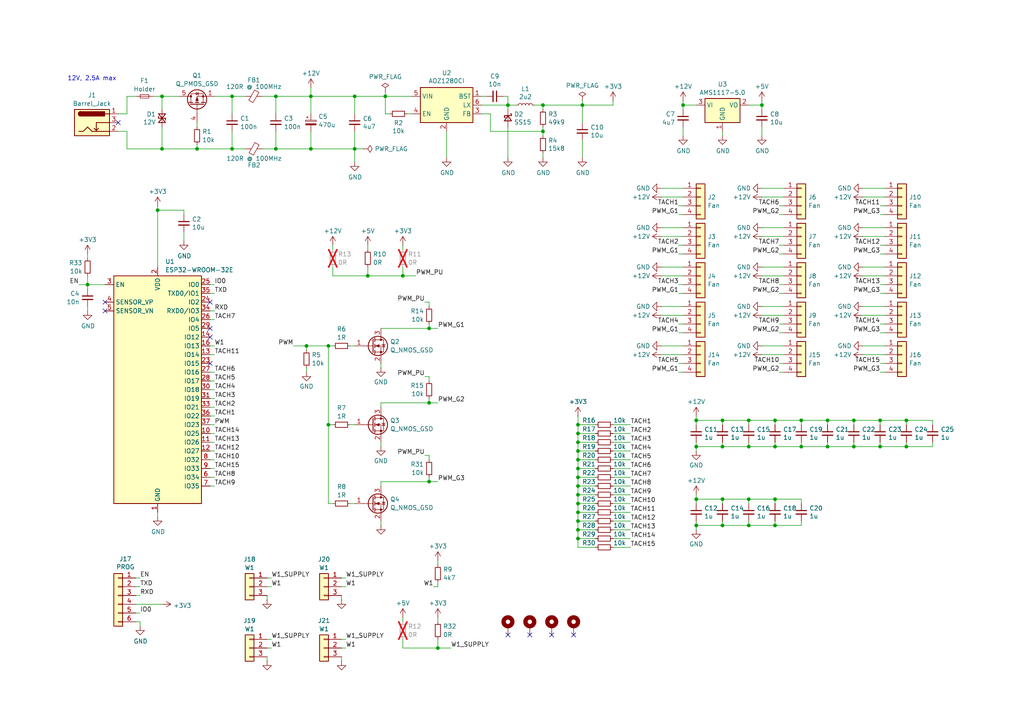
<source format=kicad_sch>
(kicad_sch (version 20231120) (generator "eeschema") (generator_version "8.0")
  (paper "A4")
  (junction (at 90.17 27.94))
  (junction (at 167.64 133.35))
  (junction (at 46.99 27.94))
  (junction (at 147.32 30.48))
  (junction (at 209.55 121.92))
  (junction (at 168.91 30.48))
  (junction (at 167.64 123.19))
  (junction (at 255.27 129.54))
  (junction (at 157.48 30.48))
  (junction (at 217.17 129.54))
  (junction (at 167.64 130.81))
  (junction (at 95.25 123.19))
  (junction (at 209.55 129.54))
  (junction (at 232.41 129.54))
  (junction (at 124.46 139.7))
  (junction (at 90.17 43.18))
  (junction (at 220.98 30.48))
  (junction (at 45.72 60.96))
  (junction (at 167.64 128.27))
  (junction (at 46.99 43.18))
  (junction (at 157.48 38.1))
  (junction (at 224.79 152.4))
  (junction (at 247.65 121.92))
  (junction (at 167.64 148.59))
  (junction (at 247.65 129.54))
  (junction (at 217.17 152.4))
  (junction (at 111.76 27.94))
  (junction (at 127 187.96))
  (junction (at 80.01 27.94))
  (junction (at 262.89 121.92))
  (junction (at 57.15 43.18))
  (junction (at 102.87 43.18))
  (junction (at 198.12 30.48))
  (junction (at 167.64 143.51))
  (junction (at 167.64 125.73))
  (junction (at 124.46 95.25))
  (junction (at 167.64 146.05))
  (junction (at 25.4 82.55))
  (junction (at 167.64 135.89))
  (junction (at 106.68 80.01))
  (junction (at 224.79 129.54))
  (junction (at 167.64 156.21))
  (junction (at 240.03 121.92))
  (junction (at 209.55 144.78))
  (junction (at 201.93 152.4))
  (junction (at 67.31 27.94))
  (junction (at 167.64 138.43))
  (junction (at 124.46 116.84))
  (junction (at 102.87 27.94))
  (junction (at 262.89 129.54))
  (junction (at 201.93 144.78))
  (junction (at 88.9 100.33))
  (junction (at 240.03 129.54))
  (junction (at 209.55 152.4))
  (junction (at 217.17 144.78))
  (junction (at 167.64 153.67))
  (junction (at 67.31 43.18))
  (junction (at 167.64 140.97))
  (junction (at 201.93 121.92))
  (junction (at 224.79 144.78))
  (junction (at 201.93 129.54))
  (junction (at 80.01 43.18))
  (junction (at 255.27 121.92))
  (junction (at 232.41 121.92))
  (junction (at 224.79 121.92))
  (junction (at 95.25 100.33))
  (junction (at 116.84 80.01))
  (junction (at 217.17 121.92))
  (junction (at 167.64 151.13))
  (no_connect (at 60.96 97.79))
  (no_connect (at 160.02 184.15))
  (no_connect (at 30.48 90.17))
  (no_connect (at 34.29 35.56))
  (no_connect (at 60.96 87.63))
  (no_connect (at 166.37 184.15))
  (no_connect (at 60.96 95.25))
  (no_connect (at 60.96 105.41))
  (no_connect (at 147.32 184.15))
  (no_connect (at 30.48 87.63))
  (no_connect (at 153.67 184.15))
  (wire (pts (xy 224.79 151.13) (xy 224.79 152.4)))
  (wire (pts (xy 250.19 80.01) (xy 256.54 80.01)))
  (wire (pts (xy 255.27 59.69) (xy 256.54 59.69)))
  (wire (pts (xy 60.96 130.81) (xy 62.23 130.81)))
  (wire (pts (xy 220.98 80.01) (xy 227.33 80.01)))
  (wire (pts (xy 220.98 30.48) (xy 220.98 31.75)))
  (wire (pts (xy 129.54 45.72) (xy 129.54 38.1)))
  (wire (pts (xy 224.79 152.4) (xy 232.41 152.4)))
  (wire (pts (xy 124.46 138.43) (xy 124.46 139.7)))
  (wire (pts (xy 191.77 57.15) (xy 198.12 57.15)))
  (wire (pts (xy 167.64 148.59) (xy 172.72 148.59)))
  (wire (pts (xy 262.89 121.92) (xy 270.51 121.92)))
  (wire (pts (xy 45.72 59.69) (xy 45.72 60.96)))
  (wire (pts (xy 209.55 128.27) (xy 209.55 129.54)))
  (wire (pts (xy 209.55 144.78) (xy 217.17 144.78)))
  (wire (pts (xy 196.85 59.69) (xy 198.12 59.69)))
  (wire (pts (xy 270.51 129.54) (xy 270.51 128.27)))
  (wire (pts (xy 177.8 125.73) (xy 182.88 125.73)))
  (wire (pts (xy 196.85 85.09) (xy 198.12 85.09)))
  (wire (pts (xy 96.52 71.12) (xy 96.52 72.39)))
  (wire (pts (xy 95.25 123.19) (xy 96.52 123.19)))
  (wire (pts (xy 123.19 87.63) (xy 124.46 87.63)))
  (wire (pts (xy 60.96 133.35) (xy 62.23 133.35)))
  (wire (pts (xy 270.51 121.92) (xy 270.51 123.19)))
  (wire (pts (xy 60.96 85.09) (xy 62.23 85.09)))
  (wire (pts (xy 111.76 33.02) (xy 113.03 33.02)))
  (wire (pts (xy 167.64 140.97) (xy 172.72 140.97)))
  (wire (pts (xy 77.47 185.42) (xy 78.74 185.42)))
  (wire (pts (xy 46.99 175.26) (xy 39.37 175.26)))
  (wire (pts (xy 154.94 30.48) (xy 157.48 30.48)))
  (wire (pts (xy 240.03 121.92) (xy 240.03 123.19)))
  (wire (pts (xy 226.06 85.09) (xy 227.33 85.09)))
  (wire (pts (xy 255.27 129.54) (xy 262.89 129.54)))
  (wire (pts (xy 110.49 139.7) (xy 110.49 140.97)))
  (wire (pts (xy 201.93 152.4) (xy 201.93 153.67)))
  (wire (pts (xy 217.17 121.92) (xy 224.79 121.92)))
  (wire (pts (xy 226.06 105.41) (xy 227.33 105.41)))
  (wire (pts (xy 209.55 38.1) (xy 209.55 39.37)))
  (wire (pts (xy 77.47 170.18) (xy 78.74 170.18)))
  (wire (pts (xy 118.11 33.02) (xy 119.38 33.02)))
  (wire (pts (xy 247.65 129.54) (xy 255.27 129.54)))
  (wire (pts (xy 224.79 121.92) (xy 232.41 121.92)))
  (wire (pts (xy 255.27 82.55) (xy 256.54 82.55)))
  (wire (pts (xy 167.64 130.81) (xy 167.64 133.35)))
  (wire (pts (xy 45.72 60.96) (xy 45.72 77.47)))
  (wire (pts (xy 57.15 35.56) (xy 57.15 36.83)))
  (wire (pts (xy 39.37 180.34) (xy 40.64 180.34)))
  (wire (pts (xy 177.8 138.43) (xy 182.88 138.43)))
  (wire (pts (xy 60.96 90.17) (xy 62.23 90.17)))
  (wire (pts (xy 198.12 30.48) (xy 198.12 31.75)))
  (wire (pts (xy 168.91 30.48) (xy 168.91 29.21)))
  (wire (pts (xy 110.49 95.25) (xy 124.46 95.25)))
  (wire (pts (xy 147.32 36.83) (xy 147.32 45.72)))
  (wire (pts (xy 250.19 68.58) (xy 256.54 68.58)))
  (wire (pts (xy 127 179.07) (xy 127 180.34)))
  (wire (pts (xy 95.25 146.05) (xy 96.52 146.05)))
  (wire (pts (xy 60.96 120.65) (xy 62.23 120.65)))
  (wire (pts (xy 36.83 43.18) (xy 46.99 43.18)))
  (wire (pts (xy 224.79 144.78) (xy 224.79 146.05)))
  (wire (pts (xy 250.19 54.61) (xy 256.54 54.61)))
  (wire (pts (xy 220.98 77.47) (xy 227.33 77.47)))
  (wire (pts (xy 232.41 121.92) (xy 232.41 123.19)))
  (wire (pts (xy 60.96 138.43) (xy 62.23 138.43)))
  (wire (pts (xy 127 170.18) (xy 125.73 170.18)))
  (wire (pts (xy 60.96 128.27) (xy 62.23 128.27)))
  (wire (pts (xy 60.96 92.71) (xy 62.23 92.71)))
  (wire (pts (xy 198.12 36.83) (xy 198.12 39.37)))
  (wire (pts (xy 123.19 109.22) (xy 124.46 109.22)))
  (wire (pts (xy 247.65 121.92) (xy 255.27 121.92)))
  (wire (pts (xy 45.72 60.96) (xy 53.34 60.96)))
  (wire (pts (xy 88.9 100.33) (xy 88.9 101.6)))
  (wire (pts (xy 85.09 100.33) (xy 88.9 100.33)))
  (wire (pts (xy 106.68 80.01) (xy 106.68 77.47)))
  (wire (pts (xy 255.27 85.09) (xy 256.54 85.09)))
  (wire (pts (xy 111.76 26.67) (xy 111.76 27.94)))
  (wire (pts (xy 209.55 121.92) (xy 209.55 123.19)))
  (wire (pts (xy 217.17 151.13) (xy 217.17 152.4)))
  (wire (pts (xy 80.01 27.94) (xy 80.01 33.02)))
  (wire (pts (xy 217.17 128.27) (xy 217.17 129.54)))
  (wire (pts (xy 250.19 66.04) (xy 256.54 66.04)))
  (wire (pts (xy 250.19 102.87) (xy 256.54 102.87)))
  (wire (pts (xy 147.32 30.48) (xy 147.32 31.75)))
  (wire (pts (xy 101.6 100.33) (xy 102.87 100.33)))
  (wire (pts (xy 60.96 135.89) (xy 62.23 135.89)))
  (wire (pts (xy 255.27 73.66) (xy 256.54 73.66)))
  (wire (pts (xy 95.25 123.19) (xy 95.25 146.05)))
  (wire (pts (xy 60.96 118.11) (xy 62.23 118.11)))
  (wire (pts (xy 191.77 68.58) (xy 198.12 68.58)))
  (wire (pts (xy 247.65 128.27) (xy 247.65 129.54)))
  (wire (pts (xy 95.25 100.33) (xy 96.52 100.33)))
  (wire (pts (xy 157.48 44.45) (xy 157.48 45.72)))
  (wire (pts (xy 191.77 88.9) (xy 198.12 88.9)))
  (wire (pts (xy 217.17 152.4) (xy 224.79 152.4)))
  (wire (pts (xy 177.8 135.89) (xy 182.88 135.89)))
  (wire (pts (xy 60.96 100.33) (xy 62.23 100.33)))
  (wire (pts (xy 167.64 148.59) (xy 167.64 151.13)))
  (wire (pts (xy 177.8 140.97) (xy 182.88 140.97)))
  (wire (pts (xy 250.19 77.47) (xy 256.54 77.47)))
  (wire (pts (xy 167.64 133.35) (xy 167.64 135.89)))
  (wire (pts (xy 220.98 54.61) (xy 227.33 54.61)))
  (wire (pts (xy 196.85 105.41) (xy 198.12 105.41)))
  (wire (pts (xy 201.93 152.4) (xy 209.55 152.4)))
  (wire (pts (xy 167.64 135.89) (xy 167.64 138.43)))
  (wire (pts (xy 177.8 128.27) (xy 182.88 128.27)))
  (wire (pts (xy 25.4 82.55) (xy 30.48 82.55)))
  (wire (pts (xy 46.99 27.94) (xy 52.07 27.94)))
  (wire (pts (xy 201.93 121.92) (xy 209.55 121.92)))
  (wire (pts (xy 106.68 71.12) (xy 106.68 72.39)))
  (wire (pts (xy 167.64 146.05) (xy 167.64 148.59)))
  (wire (pts (xy 201.93 121.92) (xy 201.93 123.19)))
  (wire (pts (xy 201.93 30.48) (xy 198.12 30.48)))
  (wire (pts (xy 232.41 128.27) (xy 232.41 129.54)))
  (wire (pts (xy 80.01 38.1) (xy 80.01 43.18)))
  (wire (pts (xy 124.46 93.98) (xy 124.46 95.25)))
  (wire (pts (xy 240.03 128.27) (xy 240.03 129.54)))
  (wire (pts (xy 177.8 133.35) (xy 182.88 133.35)))
  (wire (pts (xy 105.41 43.18) (xy 102.87 43.18)))
  (wire (pts (xy 191.77 91.44) (xy 198.12 91.44)))
  (wire (pts (xy 123.19 132.08) (xy 124.46 132.08)))
  (wire (pts (xy 147.32 27.94) (xy 146.05 27.94)))
  (wire (pts (xy 209.55 151.13) (xy 209.55 152.4)))
  (wire (pts (xy 167.64 135.89) (xy 172.72 135.89)))
  (wire (pts (xy 177.8 29.21) (xy 177.8 30.48)))
  (wire (pts (xy 142.24 38.1) (xy 157.48 38.1)))
  (wire (pts (xy 25.4 80.01) (xy 25.4 82.55)))
  (wire (pts (xy 60.96 125.73) (xy 62.23 125.73)))
  (wire (pts (xy 127 139.7) (xy 124.46 139.7)))
  (wire (pts (xy 99.06 185.42) (xy 100.33 185.42)))
  (wire (pts (xy 247.65 121.92) (xy 247.65 123.19)))
  (wire (pts (xy 196.85 107.95) (xy 198.12 107.95)))
  (wire (pts (xy 196.85 93.98) (xy 198.12 93.98)))
  (wire (pts (xy 262.89 129.54) (xy 262.89 128.27)))
  (wire (pts (xy 45.72 148.59) (xy 45.72 149.86)))
  (wire (pts (xy 110.49 151.13) (xy 110.49 152.4)))
  (wire (pts (xy 220.98 88.9) (xy 227.33 88.9)))
  (wire (pts (xy 25.4 73.66) (xy 25.4 74.93)))
  (wire (pts (xy 119.38 27.94) (xy 111.76 27.94)))
  (wire (pts (xy 201.93 144.78) (xy 201.93 146.05)))
  (wire (pts (xy 167.64 153.67) (xy 167.64 156.21)))
  (wire (pts (xy 99.06 187.96) (xy 100.33 187.96)))
  (wire (pts (xy 77.47 167.64) (xy 78.74 167.64)))
  (wire (pts (xy 116.84 80.01) (xy 106.68 80.01)))
  (wire (pts (xy 232.41 151.13) (xy 232.41 152.4)))
  (wire (pts (xy 198.12 29.21) (xy 198.12 30.48)))
  (wire (pts (xy 67.31 27.94) (xy 71.12 27.94)))
  (wire (pts (xy 77.47 187.96) (xy 78.74 187.96)))
  (wire (pts (xy 110.49 128.27) (xy 110.49 129.54)))
  (wire (pts (xy 80.01 27.94) (xy 90.17 27.94)))
  (wire (pts (xy 157.48 30.48) (xy 168.91 30.48)))
  (wire (pts (xy 62.23 27.94) (xy 67.31 27.94)))
  (wire (pts (xy 217.17 30.48) (xy 220.98 30.48)))
  (wire (pts (xy 99.06 172.72) (xy 99.06 173.99)))
  (wire (pts (xy 255.27 107.95) (xy 256.54 107.95)))
  (wire (pts (xy 90.17 27.94) (xy 90.17 33.02)))
  (wire (pts (xy 240.03 121.92) (xy 247.65 121.92)))
  (wire (pts (xy 167.64 130.81) (xy 172.72 130.81)))
  (wire (pts (xy 36.83 33.02) (xy 34.29 33.02)))
  (wire (pts (xy 40.64 180.34) (xy 40.64 181.61)))
  (wire (pts (xy 196.85 62.23) (xy 198.12 62.23)))
  (wire (pts (xy 167.64 128.27) (xy 167.64 130.81)))
  (wire (pts (xy 255.27 121.92) (xy 262.89 121.92)))
  (wire (pts (xy 262.89 129.54) (xy 270.51 129.54)))
  (wire (pts (xy 77.47 172.72) (xy 77.47 173.99)))
  (wire (pts (xy 191.77 80.01) (xy 198.12 80.01)))
  (wire (pts (xy 101.6 123.19) (xy 102.87 123.19)))
  (wire (pts (xy 226.06 82.55) (xy 227.33 82.55)))
  (wire (pts (xy 201.93 129.54) (xy 209.55 129.54)))
  (wire (pts (xy 250.19 100.33) (xy 256.54 100.33)))
  (wire (pts (xy 201.93 129.54) (xy 201.93 130.81)))
  (wire (pts (xy 60.96 113.03) (xy 62.23 113.03)))
  (wire (pts (xy 157.48 38.1) (xy 157.48 36.83)))
  (wire (pts (xy 57.15 41.91) (xy 57.15 43.18)))
  (wire (pts (xy 124.46 95.25) (xy 127 95.25)))
  (wire (pts (xy 102.87 27.94) (xy 111.76 27.94)))
  (wire (pts (xy 127 185.42) (xy 127 187.96)))
  (wire (pts (xy 167.64 143.51) (xy 167.64 146.05)))
  (wire (pts (xy 177.8 130.81) (xy 182.88 130.81)))
  (wire (pts (xy 167.64 128.27) (xy 172.72 128.27)))
  (wire (pts (xy 124.46 132.08) (xy 124.46 133.35)))
  (wire (pts (xy 139.7 30.48) (xy 147.32 30.48)))
  (wire (pts (xy 167.64 156.21) (xy 172.72 156.21)))
  (wire (pts (xy 60.96 82.55) (xy 62.23 82.55)))
  (wire (pts (xy 157.48 38.1) (xy 157.48 39.37)))
  (wire (pts (xy 177.8 123.19) (xy 182.88 123.19)))
  (wire (pts (xy 53.34 60.96) (xy 53.34 62.23)))
  (wire (pts (xy 191.77 100.33) (xy 198.12 100.33)))
  (wire (pts (xy 220.98 68.58) (xy 227.33 68.58)))
  (wire (pts (xy 220.98 102.87) (xy 227.33 102.87)))
  (wire (pts (xy 67.31 27.94) (xy 67.31 33.02)))
  (wire (pts (xy 220.98 29.21) (xy 220.98 30.48)))
  (wire (pts (xy 120.65 80.01) (xy 116.84 80.01)))
  (wire (pts (xy 250.19 91.44) (xy 256.54 91.44)))
  (wire (pts (xy 196.85 73.66) (xy 198.12 73.66)))
  (wire (pts (xy 124.46 116.84) (xy 110.49 116.84)))
  (wire (pts (xy 90.17 43.18) (xy 102.87 43.18)))
  (wire (pts (xy 209.55 129.54) (xy 217.17 129.54)))
  (wire (pts (xy 167.64 143.51) (xy 172.72 143.51)))
  (wire (pts (xy 142.24 33.02) (xy 142.24 38.1)))
  (wire (pts (xy 147.32 30.48) (xy 149.86 30.48)))
  (wire (pts (xy 167.64 138.43) (xy 172.72 138.43)))
  (wire (pts (xy 99.06 167.64) (xy 100.33 167.64)))
  (wire (pts (xy 255.27 96.52) (xy 256.54 96.52)))
  (wire (pts (xy 255.27 105.41) (xy 256.54 105.41)))
  (wire (pts (xy 90.17 27.94) (xy 102.87 27.94)))
  (wire (pts (xy 191.77 77.47) (xy 198.12 77.47)))
  (wire (pts (xy 90.17 38.1) (xy 90.17 43.18)))
  (wire (pts (xy 167.64 125.73) (xy 172.72 125.73)))
  (wire (pts (xy 201.93 120.65) (xy 201.93 121.92)))
  (wire (pts (xy 201.93 143.51) (xy 201.93 144.78)))
  (wire (pts (xy 255.27 93.98) (xy 256.54 93.98)))
  (wire (pts (xy 60.96 110.49) (xy 62.23 110.49)))
  (wire (pts (xy 53.34 67.31) (xy 53.34 69.85)))
  (wire (pts (xy 60.96 107.95) (xy 62.23 107.95)))
  (wire (pts (xy 217.17 144.78) (xy 217.17 146.05)))
  (wire (pts (xy 88.9 106.68) (xy 88.9 107.95)))
  (wire (pts (xy 167.64 151.13) (xy 172.72 151.13)))
  (wire (pts (xy 168.91 45.72) (xy 168.91 40.64)))
  (wire (pts (xy 167.64 140.97) (xy 167.64 143.51)))
  (wire (pts (xy 60.96 115.57) (xy 62.23 115.57)))
  (wire (pts (xy 111.76 27.94) (xy 111.76 33.02)))
  (wire (pts (xy 57.15 43.18) (xy 67.31 43.18)))
  (wire (pts (xy 25.4 88.9) (xy 25.4 90.17)))
  (wire (pts (xy 130.81 187.96) (xy 127 187.96)))
  (wire (pts (xy 124.46 87.63) (xy 124.46 88.9)))
  (wire (pts (xy 116.84 71.12) (xy 116.84 72.39)))
  (wire (pts (xy 147.32 30.48) (xy 147.32 27.94)))
  (wire (pts (xy 110.49 105.41) (xy 110.49 106.68)))
  (wire (pts (xy 226.06 107.95) (xy 227.33 107.95)))
  (wire (pts (xy 250.19 57.15) (xy 256.54 57.15)))
  (wire (pts (xy 60.96 140.97) (xy 62.23 140.97)))
  (wire (pts (xy 167.64 146.05) (xy 172.72 146.05)))
  (wire (pts (xy 226.06 93.98) (xy 227.33 93.98)))
  (wire (pts (xy 167.64 153.67) (xy 172.72 153.67)))
  (wire (pts (xy 177.8 156.21) (xy 182.88 156.21)))
  (wire (pts (xy 177.8 151.13) (xy 182.88 151.13)))
  (wire (pts (xy 124.46 109.22) (xy 124.46 110.49)))
  (wire (pts (xy 220.98 100.33) (xy 227.33 100.33)))
  (wire (pts (xy 106.68 80.01) (xy 96.52 80.01)))
  (wire (pts (xy 99.06 170.18) (xy 100.33 170.18)))
  (wire (pts (xy 40.64 170.18) (xy 39.37 170.18)))
  (wire (pts (xy 99.06 190.5) (xy 99.06 191.77)))
  (wire (pts (xy 240.03 129.54) (xy 247.65 129.54)))
  (wire (pts (xy 209.55 152.4) (xy 217.17 152.4)))
  (wire (pts (xy 196.85 82.55) (xy 198.12 82.55)))
  (wire (pts (xy 102.87 38.1) (xy 102.87 43.18)))
  (wire (pts (xy 224.79 128.27) (xy 224.79 129.54)))
  (wire (pts (xy 46.99 27.94) (xy 46.99 31.75)))
  (wire (pts (xy 255.27 129.54) (xy 255.27 128.27)))
  (wire (pts (xy 226.06 59.69) (xy 227.33 59.69)))
  (wire (pts (xy 110.49 116.84) (xy 110.49 118.11)))
  (wire (pts (xy 220.98 91.44) (xy 227.33 91.44)))
  (wire (pts (xy 46.99 43.18) (xy 57.15 43.18)))
  (wire (pts (xy 36.83 27.94) (xy 36.83 33.02)))
  (wire (pts (xy 255.27 71.12) (xy 256.54 71.12)))
  (wire (pts (xy 40.64 167.64) (xy 39.37 167.64)))
  (wire (pts (xy 76.2 43.18) (xy 80.01 43.18)))
  (wire (pts (xy 116.84 187.96) (xy 116.84 185.42)))
  (wire (pts (xy 167.64 123.19) (xy 167.64 125.73)))
  (wire (pts (xy 226.06 71.12) (xy 227.33 71.12)))
  (wire (pts (xy 127 116.84) (xy 124.46 116.84)))
  (wire (pts (xy 124.46 115.57) (xy 124.46 116.84)))
  (wire (pts (xy 102.87 27.94) (xy 102.87 33.02)))
  (wire (pts (xy 167.64 138.43) (xy 167.64 140.97)))
  (wire (pts (xy 167.64 125.73) (xy 167.64 128.27)))
  (wire (pts (xy 88.9 100.33) (xy 95.25 100.33)))
  (wire (pts (xy 167.64 156.21) (xy 167.64 158.75)))
  (wire (pts (xy 36.83 38.1) (xy 36.83 43.18)))
  (wire (pts (xy 124.46 139.7) (xy 110.49 139.7)))
  (wire (pts (xy 36.83 27.94) (xy 39.37 27.94)))
  (wire (pts (xy 226.06 62.23) (xy 227.33 62.23)))
  (wire (pts (xy 80.01 43.18) (xy 90.17 43.18)))
  (wire (pts (xy 209.55 144.78) (xy 209.55 146.05)))
  (wire (pts (xy 60.96 102.87) (xy 62.23 102.87)))
  (wire (pts (xy 232.41 144.78) (xy 232.41 146.05)))
  (wire (pts (xy 262.89 121.92) (xy 262.89 123.19)))
  (wire (pts (xy 127 168.91) (xy 127 170.18)))
  (wire (pts (xy 116.84 77.47) (xy 116.84 80.01)))
  (wire (pts (xy 157.48 30.48) (xy 157.48 31.75)))
  (wire (pts (xy 255.27 121.92) (xy 255.27 123.19)))
  (wire (pts (xy 191.77 102.87) (xy 198.12 102.87)))
  (wire (pts (xy 168.91 30.48) (xy 168.91 35.56)))
  (wire (pts (xy 67.31 43.18) (xy 71.12 43.18)))
  (wire (pts (xy 177.8 30.48) (xy 168.91 30.48)))
  (wire (pts (xy 177.8 148.59) (xy 182.88 148.59)))
  (wire (pts (xy 77.47 190.5) (xy 77.47 191.77)))
  (wire (pts (xy 196.85 96.52) (xy 198.12 96.52)))
  (wire (pts (xy 217.17 121.92) (xy 217.17 123.19)))
  (wire (pts (xy 127 162.56) (xy 127 163.83)))
  (wire (pts (xy 226.06 73.66) (xy 227.33 73.66)))
  (wire (pts (xy 217.17 129.54) (xy 224.79 129.54)))
  (wire (pts (xy 250.19 88.9) (xy 256.54 88.9)))
  (wire (pts (xy 224.79 129.54) (xy 232.41 129.54)))
  (wire (pts (xy 46.99 36.83) (xy 46.99 43.18)))
  (wire (pts (xy 232.41 129.54) (xy 240.03 129.54)))
  (wire (pts (xy 220.98 66.04) (xy 227.33 66.04)))
  (wire (pts (xy 25.4 82.55) (xy 25.4 83.82)))
  (wire (pts (xy 177.8 158.75) (xy 182.88 158.75)))
  (wire (pts (xy 102.87 43.18) (xy 102.87 46.99)))
  (wire (pts (xy 167.64 133.35) (xy 172.72 133.35)))
  (wire (pts (xy 224.79 144.78) (xy 232.41 144.78)))
  (wire (pts (xy 90.17 25.4) (xy 90.17 27.94)))
  (wire (pts (xy 67.31 38.1) (xy 67.31 43.18)))
  (wire (pts (xy 201.93 128.27) (xy 201.93 129.54)))
  (wire (pts (xy 116.84 179.07) (xy 116.84 180.34)))
  (wire (pts (xy 167.64 151.13) (xy 167.64 153.67)))
  (wire (pts (xy 76.2 27.94) (xy 80.01 27.94)))
  (wire (pts (xy 167.64 158.75) (xy 172.72 158.75)))
  (wire (pts (xy 201.93 151.13) (xy 201.93 152.4)))
  (wire (pts (xy 139.7 33.02) (xy 142.24 33.02)))
  (wire (pts (xy 177.8 153.67) (xy 182.88 153.67)))
  (wire (pts (xy 226.06 96.52) (xy 227.33 96.52)))
  (wire (pts (xy 167.64 123.19) (xy 172.72 123.19)))
  (wire (pts (xy 196.85 71.12) (xy 198.12 71.12)))
  (wire (pts (xy 139.7 27.94) (xy 140.97 27.94)))
  (wire (pts (xy 95.25 100.33) (xy 95.25 123.19)))
  (wire (pts (xy 40.64 172.72) (xy 39.37 172.72)))
  (wire (pts (xy 34.29 38.1) (xy 36.83 38.1)))
  (wire (pts (xy 220.98 57.15) (xy 227.33 57.15)))
  (wire (pts (xy 217.17 144.78) (xy 224.79 144.78)))
  (wire (pts (xy 201.93 144.78) (xy 209.55 144.78)))
  (wire (pts (xy 191.77 66.04) (xy 198.12 66.04)))
  (wire (pts (xy 101.6 146.05) (xy 102.87 146.05)))
  (wire (pts (xy 191.77 54.61) (xy 198.12 54.61)))
  (wire (pts (xy 167.64 120.65) (xy 167.64 123.19)))
  (wire (pts (xy 224.79 121.92) (xy 224.79 123.19)))
  (wire (pts (xy 44.45 27.94) (xy 46.99 27.94)))
  (wire (pts (xy 40.64 177.8) (xy 39.37 177.8)))
  (wire (pts (xy 209.55 121.92) (xy 217.17 121.92)))
  (wire (pts (xy 177.8 143.51) (xy 182.88 143.51)))
  (wire (pts (xy 255.27 62.23) (xy 256.54 62.23)))
  (wire (pts (xy 96.52 80.01) (xy 96.52 77.47)))
  (wire (pts (xy 220.98 36.83) (xy 220.98 39.37)))
  (wire (pts (xy 22.86 82.55) (xy 25.4 82.55)))
  (wire (pts (xy 232.41 121.92) (xy 240.03 121.92)))
  (wire (pts (xy 177.8 146.05) (xy 182.88 146.05)))
  (wire (pts (xy 127 187.96) (xy 116.84 187.96)))
  (wire (pts (xy 60.96 123.19) (xy 62.23 123.19)))
  (text "12V, 2.5A max" (at 26.67 22.86 0) (effects (font (size 1.27 1.27))))
  (label "TACH9" (at 182.88 143.51 0))
  (label "TACH15" (at 182.88 158.75 0))
  (label "TACH8" (at 226.06 82.55 180))
  (label "TACH10" (at 226.06 105.41 180))
  (label "PWM_G1" (at 196.85 62.23 180))
  (label "TACH12" (at 182.88 151.13 0))
  (label "PWM_G1" (at 196.85 96.52 180))
  (label "TACH1" (at 62.23 120.65 0))
  (label "W1" (at 100.33 170.18 0))
  (label "TACH11" (at 255.27 59.69 180))
  (label "W1_SUPPLY" (at 100.33 185.42 0))
  (label "PWM_G1" (at 196.85 85.09 180))
  (label "TACH7" (at 226.06 71.12 180))
  (label "RXD" (at 40.64 172.72 0))
  (label "TACH5" (at 62.23 110.49 0))
  (label "TACH13" (at 255.27 82.55 180))
  (label "W1_SUPPLY" (at 100.33 167.64 0))
  (label "PWM_PU" (at 123.19 87.63 180))
  (label "TACH2" (at 196.85 71.12 180))
  (label "TACH9" (at 226.06 93.98 180))
  (label "TXD" (at 40.64 170.18 0))
  (label "TACH1" (at 182.88 123.19 0))
  (label "PWM_G3" (at 127 139.7 0))
  (label "TACH5" (at 196.85 105.41 180))
  (label "TACH13" (at 62.23 128.27 0))
  (label "TACH3" (at 62.23 115.57 0))
  (label "W1" (at 78.74 187.96 0))
  (label "PWM_PU" (at 123.19 109.22 180))
  (label "TACH15" (at 62.23 135.89 0))
  (label "PWM_G3" (at 255.27 96.52 180))
  (label "TACH12" (at 255.27 71.12 180))
  (label "PWM_G2" (at 226.06 96.52 180))
  (label "TACH11" (at 182.88 148.59 0))
  (label "TACH7" (at 62.23 92.71 0))
  (label "W1" (at 125.73 170.18 180))
  (label "TACH9" (at 62.23 140.97 0))
  (label "TACH5" (at 182.88 133.35 0))
  (label "PWM" (at 85.09 100.33 180))
  (label "PWM_G2" (at 127 116.84 0))
  (label "TXD" (at 62.23 85.09 0))
  (label "TACH3" (at 182.88 128.27 0))
  (label "PWM_PU" (at 120.65 80.01 0))
  (label "TACH2" (at 182.88 125.73 0))
  (label "PWM_PU" (at 123.19 132.08 180))
  (label "TACH14" (at 62.23 125.73 0))
  (label "PWM_G3" (at 255.27 85.09 180))
  (label "PWM_G3" (at 255.27 107.95 180))
  (label "PWM_G2" (at 226.06 107.95 180))
  (label "PWM_G2" (at 226.06 85.09 180))
  (label "W1_SUPPLY" (at 78.74 185.42 0))
  (label "TACH1" (at 196.85 59.69 180))
  (label "TACH8" (at 62.23 138.43 0))
  (label "IO0" (at 62.23 82.55 0))
  (label "TACH6" (at 62.23 107.95 0))
  (label "RXD" (at 62.23 90.17 0))
  (label "TACH4" (at 62.23 113.03 0))
  (label "PWM_G2" (at 226.06 62.23 180))
  (label "W1" (at 62.23 100.33 0))
  (label "PWM_G1" (at 127 95.25 0))
  (label "PWM" (at 62.23 123.19 0))
  (label "TACH2" (at 62.23 118.11 0))
  (label "TACH10" (at 62.23 133.35 0))
  (label "W1" (at 78.74 170.18 0))
  (label "PWM_G2" (at 226.06 73.66 180))
  (label "EN" (at 40.64 167.64 0))
  (label "TACH4" (at 182.88 130.81 0))
  (label "PWM_G3" (at 255.27 62.23 180))
  (label "TACH11" (at 62.23 102.87 0))
  (label "TACH14" (at 255.27 93.98 180))
  (label "PWM_G1" (at 196.85 107.95 180))
  (label "PWM_G1" (at 196.85 73.66 180))
  (label "TACH15" (at 255.27 105.41 180))
  (label "W1_SUPPLY" (at 130.81 187.96 0))
  (label "TACH6" (at 226.06 59.69 180))
  (label "PWM_G3" (at 255.27 73.66 180))
  (label "TACH8" (at 182.88 140.97 0))
  (label "TACH12" (at 62.23 130.81 0))
  (label "EN" (at 22.86 82.55 180))
  (label "IO0" (at 40.64 177.8 0))
  (label "TACH13" (at 182.88 153.67 0))
  (label "TACH7" (at 182.88 138.43 0))
  (label "TACH6" (at 182.88 135.89 0))
  (label "W1" (at 100.33 187.96 0))
  (label "TACH10" (at 182.88 146.05 0))
  (label "TACH4" (at 196.85 93.98 180))
  (label "TACH3" (at 196.85 82.55 180))
  (label "TACH14" (at 182.88 156.21 0))
  (label "W1_SUPPLY" (at 78.74 167.64 0))
  (symbol (lib_id "Device:C_Small") (at 25.4 86.36 0) (unit 1)
    (property "Reference" "C4" (at 23.0759 85.1541 0) (effects (justify right)))
    (property "Value" "10n" (at 23.0759 87.5784 0) (effects (justify right)))
    (property "Footprint" "Capacitor_SMD:C_0402_1005Metric" (effects (hide yes)))
    (property "LCSC" "C15195" (effects (hide yes)))
    (property "MPN" "CL05B103KB5NNNC" (effects (hide yes)))
    (property "Manufacturer" "Samsung Electro-Mechanics" (effects (hide yes)))
  )
  (symbol (lib_id "Device:R_Small") (at 175.26 156.21 270) (unit 1)
    (property "Reference" "R29" (at 170.815 154.94 90))
    (property "Value" "10k" (at 179.705 154.94 90))
    (property "Footprint" "Resistor_SMD:R_0402_1005Metric" (effects (hide yes)))
    (property "LCSC" "C25744" (effects (hide yes)))
    (property "MPN" "0402WGF1002TCE" (effects (hide yes)))
    (property "Manufacturer" "UNI-ROYAL(Uniroyal Elec)" (effects (hide yes)))
  )
  (symbol (lib_id "Device:R_Small") (at 25.4 77.47 0) (mirror y) (unit 1)
    (property "Reference" "R33" (at 23.9014 76.2578 0) (effects (justify left)))
    (property "Value" "10k" (at 23.9014 78.6821 0) (effects (justify left)))
    (property "Footprint" "Resistor_SMD:R_0402_1005Metric" (effects (hide yes)))
    (property "LCSC" "C25744" (effects (hide yes)))
    (property "MPN" "0402WGF1002TCE" (effects (hide yes)))
    (property "Manufacturer" "UNI-ROYAL(Uniroyal Elec)" (effects (hide yes)))
  )
  (symbol (lib_id "Device:R_Small") (at 116.84 182.88 0) (unit 1) (dnp yes)
    (property "Reference" "R12" (at 118.3386 181.6678 0) (effects (justify left)))
    (property "Value" "0R" (at 118.3386 184.0921 0) (effects (justify left)))
    (property "Footprint" "Resistor_SMD:R_0603_1608Metric_Pad0.98x0.95mm_HandSolder" (effects (hide yes)))
    (property "Description" "Resistor, small symbol" (effects (hide yes)))
    (property "LCSC" "C21189" (effects (hide yes)))
    (property "MPN" "0603WAF0000T5E" (effects (hide yes)))
    (property "Manufacturer" "UNI-ROYAL(Uniroyal Elec)" (effects (hide yes)))
  )
  (symbol (lib_id "Device:R_Small") (at 116.84 74.93 0) (unit 1) (dnp yes)
    (property "Reference" "R11" (at 118.3386 73.7178 0) (effects (justify left)))
    (property "Value" "0R" (at 118.3386 76.1421 0) (effects (justify left)))
    (property "Footprint" "Resistor_SMD:R_0603_1608Metric_Pad0.98x0.95mm_HandSolder" (effects (hide yes)))
    (property "Description" "Resistor, small symbol" (effects (hide yes)))
    (property "LCSC" "C21189" (effects (hide yes)))
    (property "MPN" "0603WAF0000T5E" (effects (hide yes)))
    (property "Manufacturer" "UNI-ROYAL(Uniroyal Elec)" (effects (hide yes)))
  )
  (symbol (lib_id "power:GND") (at 99.06 173.99 0) (unit 1)
    (property "Reference" "#PWR063" (effects (hide yes)))
    (property "Value" "GND" (effects (hide yes)))
    (property "Description" "Power symbol creates a global label with name \"GND\" , ground" (effects (hide yes)))
  )
  (symbol (lib_id "Device:R_Small") (at 88.9 104.14 0) (unit 1)
    (property "Reference" "R5" (at 90.3986 102.9278 0) (effects (justify left)))
    (property "Value" "10k" (at 90.3986 105.3521 0) (effects (justify left)))
    (property "Footprint" "Resistor_SMD:R_0402_1005Metric" (effects (hide yes)))
    (property "LCSC" "C25744" (effects (hide yes)))
    (property "MPN" "0402WGF1002TCE" (effects (hide yes)))
    (property "Manufacturer" "UNI-ROYAL(Uniroyal Elec)" (effects (hide yes)))
  )
  (symbol (lib_id "hw-rescue:GND-power") (at 40.64 181.61 0) (unit 1)
    (property "Reference" "#PWR052" (effects (hide yes)))
    (property "Value" "GND" (at 40.767 186.0042 0))
  )
  (symbol (lib_id "Device:D_TVS_Small") (at 46.99 34.29 270) (unit 1)
    (property "Reference" "D1" (at 45.212 33.1216 90) (effects (justify right)))
    (property "Value" "12V" (at 45.212 35.433 90) (effects (justify right)))
    (property "Footprint" "Diode_SMD:D_SMA" (effects (hide yes)))
    (property "Datasheet" "https://wmsc.lcsc.com/wmsc/upload/file/pdf/v2/lcsc/2303141030_MDD-Microdiode-Electronics-SMAJ12CA_C110042.pdf" (effects (hide yes)))
    (property "Description" "Bidirectional transient-voltage-suppression diode, small symbol" (effects (hide yes)))
    (property "Manufacturer" "MDD(Microdiode Electronics)" (effects (hide yes)))
    (property "MPN" "SMAJ12CA" (effects (hide yes)))
    (property "LCSC" "C110042" (effects (hide yes)))
  )
  (symbol (lib_id "power:+12V") (at 191.77 57.15 90) (unit 1)
    (property "Reference" "#PWR016" (effects (hide yes)))
    (property "Value" "+12V" (at 188.595 57.15 90) (effects (justify left)))
    (property "Description" "Power symbol creates a global label with name \"+12V\"" (effects (hide yes)))
  )
  (symbol (lib_id "Device:FerriteBead_Small") (at 73.66 43.18 270) (unit 1)
    (property "Reference" "FB2" (at 73.6981 47.8917 90))
    (property "Value" "120R @ 100MHz" (at 73.6981 45.9707 90))
    (property "Footprint" "Inductor_SMD:L_1206_3216Metric" (effects (hide yes)))
    (property "Datasheet" "https://www.murata.com/en-us/products/productdata/8801529331742/ENFA0091.pdf" (effects (hide yes)))
    (property "Description" "120 Ohms 1 Power Line Ferrite Bead 1206 (3216 Metric) 6A 9mOhm" (effects (hide yes)))
    (property "Manufacturer" "Murata Electronics" (effects (hide yes)))
    (property "MPN" "BLM31KN121SN1L" (effects (hide yes)))
    (property "LCSC" "C337884" (effects (hide yes)))
  )
  (symbol (lib_id "power:GND") (at 191.77 66.04 270) (unit 1)
    (property "Reference" "#PWR018" (effects (hide yes)))
    (property "Value" "GND" (at 188.5951 66.04 90) (effects (justify right)))
    (property "Description" "Power symbol creates a global label with name \"GND\" , ground" (effects (hide yes)))
  )
  (symbol (lib_id "Device:R_Small") (at 157.48 41.91 180) (unit 1)
    (property "Reference" "R4" (at 158.9786 40.7416 0) (effects (justify right)))
    (property "Value" "15k8" (at 158.9786 43.053 0) (effects (justify right)))
    (property "Footprint" "Resistor_SMD:R_0402_1005Metric" (effects (hide yes)))
    (property "LCSC" "C26956" (effects (hide yes)))
    (property "MPN" "0402WGF1582TCE" (effects (hide yes)))
    (property "Manufacturer" "UNI-ROYAL(Uniroyal Elec)" (effects (hide yes)))
  )
  (symbol (lib_id "hw-rescue:GND-power") (at 209.55 39.37 0) (unit 1)
    (property "Reference" "#PWR049" (effects (hide yes)))
    (property "Value" "GND" (at 209.677 43.7642 0))
  )
  (symbol (lib_id "Connector_Generic:Conn_01x03") (at 72.39 170.18 0) (mirror y) (unit 1)
    (property "Reference" "J18" (at 72.39 162.2255 0))
    (property "Value" "W1" (at 72.39 164.6498 0))
    (property "Footprint" "Connector_PinHeader_2.54mm:PinHeader_1x03_P2.54mm_Vertical_SMD_Pin1Left" (effects (hide yes)))
    (property "Description" "Generic connector, single row, 01x03, script generated (kicad-library-utils/schlib/autogen/connector/)" (effects (hide yes)))
    (property "LCSC" "C2883760" (effects (hide yes)))
    (property "MPN" "X6511WVS-03H-C60D48R2" (effects (hide yes)))
    (property "Manufacturer" "XKB Connection" (effects (hide yes)))
  )
  (symbol (lib_id "Mechanical:MountingHole_Pad") (at 166.37 181.61 0) (unit 1) (exclude_from_sim yes) (in_bom no)
    (property "Reference" "H4" (effects (hide yes)))
    (property "Value" "MountingHole_Pad" (effects (hide yes)))
    (property "Footprint" "MountingHole:MountingHole_3.2mm_M3_ISO14580_Pad" (effects (hide yes)))
    (property "Description" "Mounting Hole with connection" (effects (hide yes)))
  )
  (symbol (lib_id "Device:R_Small") (at 175.26 146.05 270) (unit 1)
    (property "Reference" "R25" (at 170.815 144.78 90))
    (property "Value" "10k" (at 179.705 144.78 90))
    (property "Footprint" "Resistor_SMD:R_0402_1005Metric" (effects (hide yes)))
    (property "LCSC" "C25744" (effects (hide yes)))
    (property "MPN" "0402WGF1002TCE" (effects (hide yes)))
    (property "Manufacturer" "UNI-ROYAL(Uniroyal Elec)" (effects (hide yes)))
  )
  (symbol (lib_id "hw-rescue:GND-power") (at 45.72 149.86 0) (unit 1)
    (property "Reference" "#PWR010" (effects (hide yes)))
    (property "Value" "GND" (at 45.847 154.2542 0))
  )
  (symbol (lib_id "power:+5V") (at 106.68 71.12 0) (unit 1)
    (property "Reference" "#PWR051" (effects (hide yes)))
    (property "Value" "+5V" (at 106.68 66.9869 0))
    (property "Description" "Power symbol creates a global label with name \"+5V\"" (effects (hide yes)))
  )
  (symbol (lib_id "Device:R_Small") (at 127 182.88 0) (unit 1)
    (property "Reference" "R32" (at 128.4986 181.6678 0) (effects (justify left)))
    (property "Value" "0R" (at 128.4986 184.0921 0) (effects (justify left)))
    (property "Footprint" "Resistor_SMD:R_0603_1608Metric_Pad0.98x0.95mm_HandSolder" (effects (hide yes)))
    (property "Description" "Resistor, small symbol" (effects (hide yes)))
    (property "LCSC" "C21189" (effects (hide yes)))
    (property "MPN" "0603WAF0000T5E" (effects (hide yes)))
    (property "Manufacturer" "UNI-ROYAL(Uniroyal Elec)" (effects (hide yes)))
  )
  (symbol (lib_id "power:GND") (at 88.9 107.95 0) (unit 1)
    (property "Reference" "#PWR061" (effects (hide yes)))
    (property "Value" "GND" (at 88.9 112.0831 0))
    (property "Description" "Power symbol creates a global label with name \"GND\" , ground" (effects (hide yes)))
  )
  (symbol (lib_id "hw-rescue:+3V3-power") (at 46.99 175.26 270) (unit 1)
    (property "Reference" "#PWR053" (effects (hide yes)))
    (property "Value" "+3V3" (at 50.2412 175.641 90) (effects (justify left)))
  )
  (symbol (lib_id "power:+12V") (at 220.98 57.15 90) (unit 1)
    (property "Reference" "#PWR025" (effects (hide yes)))
    (property "Value" "+12V" (at 217.805 57.15 90) (effects (justify left)))
    (property "Description" "Power symbol creates a global label with name \"+12V\"" (effects (hide yes)))
  )
  (symbol (lib_id "Device:R_Small") (at 175.26 153.67 270) (unit 1)
    (property "Reference" "R28" (at 170.815 152.4 90))
    (property "Value" "10k" (at 179.705 152.4 90))
    (property "Footprint" "Resistor_SMD:R_0402_1005Metric" (effects (hide yes)))
    (property "LCSC" "C25744" (effects (hide yes)))
    (property "MPN" "0402WGF1002TCE" (effects (hide yes)))
    (property "Manufacturer" "UNI-ROYAL(Uniroyal Elec)" (effects (hide yes)))
  )
  (symbol (lib_id "Transistor_FET:DMP3013SFV") (at 57.15 30.48 90) (unit 1)
    (property "Reference" "Q1" (at 57.15 21.8905 90))
    (property "Value" "Q_PMOS_GSD" (at 57.15 24.3148 90))
    (property "Footprint" "Package_SON:Diodes_PowerDI3333-8" (effects (hide yes)))
    (property "Datasheet" "https://wmsc.lcsc.com/wmsc/upload/file/pdf/v2/lcsc/1912111437_Diodes-Incorporated-DMP4025SFG-13_C461090.pdf" (effects (hide yes)))
    (property "Manufacturer" "Diodes Incorporated" (effects (hide yes)))
    (property "MPN" "DMP4025SFG-13" (effects (hide yes)))
    (property "LCSC" "C461090" (effects (hide yes)))
  )
  (symbol (lib_id "Device:C_Small") (at 198.12 34.29 0) (unit 1)
    (property "Reference" "C7" (at 195.7959 33.0841 0) (effects (justify right)))
    (property "Value" "4u7" (at 195.7959 35.5084 0) (effects (justify right)))
    (property "Footprint" "Capacitor_SMD:C_1206_3216Metric" (effects (hide yes)))
    (property "Manufacturer" "FH (Guangdong Fenghua Advanced Tech)" (effects (hide yes)))
    (property "MPN" "1206B475K500NT" (effects (hide yes)))
    (property "LCSC" "C29823" (effects (hide yes)))
  )
  (symbol (lib_id "Device:FerriteBead_Small") (at 73.66 27.94 90) (unit 1)
    (property "Reference" "FB1" (at 73.6219 23.2283 90))
    (property "Value" "120R @ 100MHz" (at 73.6219 25.1493 90))
    (property "Footprint" "Inductor_SMD:L_1206_3216Metric" (effects (hide yes)))
    (property "Datasheet" "https://www.murata.com/en-us/products/productdata/8801529331742/ENFA0091.pdf" (effects (hide yes)))
    (property "Description" "120 Ohms 1 Power Line Ferrite Bead 1206 (3216 Metric) 6A 9mOhm" (effects (hide yes)))
    (property "Manufacturer" "Murata Electronics" (effects (hide yes)))
    (property "MPN" "BLM31KN121SN1L" (effects (hide yes)))
    (property "LCSC" "C337884" (effects (hide yes)))
  )
  (symbol (lib_id "power:+12V") (at 96.52 71.12 0) (unit 1)
    (property "Reference" "#PWR054" (effects (hide yes)))
    (property "Value" "+12V" (at 96.52 66.9869 0))
    (property "Description" "Power symbol creates a global label with name \"+12V\"" (effects (hide yes)))
  )
  (symbol (lib_id "Device:R_Small") (at 175.26 125.73 270) (unit 1)
    (property "Reference" "R17" (at 170.815 124.46 90))
    (property "Value" "10k" (at 179.705 124.46 90))
    (property "Footprint" "Resistor_SMD:R_0402_1005Metric" (effects (hide yes)))
    (property "LCSC" "C25744" (effects (hide yes)))
    (property "MPN" "0402WGF1002TCE" (effects (hide yes)))
    (property "Manufacturer" "UNI-ROYAL(Uniroyal Elec)" (effects (hide yes)))
  )
  (symbol (lib_id "hw-rescue:PWR_FLAG-power") (at 111.76 26.67 0) (unit 1)
    (property "Reference" "#FLG03" (effects (hide yes)))
    (property "Value" "PWR_FLAG" (at 111.76 22.2758 0))
  )
  (symbol (lib_id "Connector_Generic:Conn_01x04") (at 203.2 80.01 0) (unit 1)
    (property "Reference" "J4" (at 205.232 80.0678 0) (effects (justify left)))
    (property "Value" "Fan" (at 205.232 82.4921 0) (effects (justify left)))
    (property "Footprint" "Connector_PinHeader_2.54mm:PinHeader_1x04_P2.54mm_Vertical_SMD_Pin1Right" (effects (hide yes)))
    (property "Description" "Generic connector, single row, 01x04, script generated (kicad-library-utils/schlib/autogen/connector/)" (effects (hide yes)))
    (property "LCSC" "C780062" (effects (hide yes)))
    (property "MPN" "X6511WVS-04H-C60D48R1" (effects (hide yes)))
    (property "Manufacturer" "XKB Connection" (effects (hide yes)))
  )
  (symbol (lib_id "hw-rescue:PWR_FLAG-power") (at 168.91 29.21 0) (unit 1)
    (property "Reference" "#FLG05" (effects (hide yes)))
    (property "Value" "PWR_FLAG" (at 168.91 24.8158 0))
  )
  (symbol (lib_id "Connector_Generic:Conn_01x04") (at 232.41 80.01 0) (unit 1)
    (property "Reference" "J8" (at 234.442 80.0678 0) (effects (justify left)))
    (property "Value" "Fan" (at 234.442 82.4921 0) (effects (justify left)))
    (property "Footprint" "Connector_PinHeader_2.54mm:PinHeader_1x04_P2.54mm_Vertical_SMD_Pin1Right" (effects (hide yes)))
    (property "Description" "Generic connector, single row, 01x04, script generated (kicad-library-utils/schlib/autogen/connector/)" (effects (hide yes)))
    (property "LCSC" "C780062" (effects (hide yes)))
    (property "MPN" "X6511WVS-04H-C60D48R1" (effects (hide yes)))
    (property "Manufacturer" "XKB Connection" (effects (hide yes)))
  )
  (symbol (lib_id "power:+12V") (at 198.12 29.21 0) (unit 1)
    (property "Reference" "#PWR015" (effects (hide yes)))
    (property "Value" "+12V" (at 198.12 25.0769 0))
    (property "Description" "Power symbol creates a global label with name \"+12V\"" (effects (hide yes)))
  )
  (symbol (lib_id "Connector_Generic:Conn_01x04") (at 232.41 102.87 0) (unit 1)
    (property "Reference" "J15" (at 234.442 102.9278 0) (effects (justify left)))
    (property "Value" "Fan" (at 234.442 105.3521 0) (effects (justify left)))
    (property "Footprint" "Connector_PinHeader_2.54mm:PinHeader_1x04_P2.54mm_Vertical_SMD_Pin1Right" (effects (hide yes)))
    (property "Description" "Generic connector, single row, 01x04, script generated (kicad-library-utils/schlib/autogen/connector/)" (effects (hide yes)))
    (property "LCSC" "C780062" (effects (hide yes)))
    (property "MPN" "X6511WVS-04H-C60D48R1" (effects (hide yes)))
    (property "Manufacturer" "XKB Connection" (effects (hide yes)))
  )
  (symbol (lib_id "Device:R_Small") (at 175.26 128.27 270) (unit 1)
    (property "Reference" "R18" (at 170.815 127 90))
    (property "Value" "10k" (at 179.705 127 90))
    (property "Footprint" "Resistor_SMD:R_0402_1005Metric" (effects (hide yes)))
    (property "LCSC" "C25744" (effects (hide yes)))
    (property "MPN" "0402WGF1002TCE" (effects (hide yes)))
    (property "Manufacturer" "UNI-ROYAL(Uniroyal Elec)" (effects (hide yes)))
  )
  (symbol (lib_id "power:+3V3") (at 45.72 59.69 0) (unit 1)
    (property "Reference" "#PWR08" (effects (hide yes)))
    (property "Value" "+3V3" (at 45.72 55.5569 0))
    (property "Description" "Power symbol creates a global label with name \"+3V3\"" (effects (hide yes)))
  )
  (symbol (lib_id "Device:R_Small") (at 175.26 130.81 270) (unit 1)
    (property "Reference" "R19" (at 170.815 129.54 90))
    (property "Value" "10k" (at 179.705 129.54 90))
    (property "Footprint" "Resistor_SMD:R_0402_1005Metric" (effects (hide yes)))
    (property "LCSC" "C25744" (effects (hide yes)))
    (property "MPN" "0402WGF1002TCE" (effects (hide yes)))
    (property "Manufacturer" "UNI-ROYAL(Uniroyal Elec)" (effects (hide yes)))
  )
  (symbol (lib_id "hw-rescue:GND-power") (at 168.91 45.72 0) (unit 1)
    (property "Reference" "#PWR07" (effects (hide yes)))
    (property "Value" "GND" (at 169.037 50.1142 0))
  )
  (symbol (lib_id "power:GND") (at 201.93 153.67 0) (unit 1)
    (property "Reference" "#PWR060" (effects (hide yes)))
    (property "Value" "GND" (at 201.93 157.8031 0))
    (property "Description" "Power symbol creates a global label with name \"GND\" , ground" (effects (hide yes)))
  )
  (symbol (lib_id "hw-rescue:PWR_FLAG-power") (at 105.41 43.18 270) (unit 1)
    (property "Reference" "#FLG04" (effects (hide yes)))
    (property "Value" "PWR_FLAG" (at 108.6612 43.18 90) (effects (justify left)))
  )
  (symbol (lib_id "Device:R_Small") (at 124.46 135.89 0) (mirror y) (unit 1)
    (property "Reference" "R31" (at 122.9614 134.6778 0) (effects (justify left)))
    (property "Value" "10k" (at 122.9614 137.1021 0) (effects (justify left)))
    (property "Footprint" "Resistor_SMD:R_0402_1005Metric" (effects (hide yes)))
    (property "LCSC" "C25744" (effects (hide yes)))
    (property "MPN" "0402WGF1002TCE" (effects (hide yes)))
    (property "Manufacturer" "UNI-ROYAL(Uniroyal Elec)" (effects (hide yes)))
  )
  (symbol (lib_id "power:+3V3") (at 116.84 71.12 0) (unit 1)
    (property "Reference" "#PWR050" (effects (hide yes)))
    (property "Value" "+3V3" (at 116.84 66.9869 0))
    (property "Description" "Power symbol creates a global label with name \"+3V3\"" (effects (hide yes)))
  )
  (symbol (lib_id "power:GND") (at 220.98 77.47 270) (unit 1)
    (property "Reference" "#PWR028" (effects (hide yes)))
    (property "Value" "GND" (at 217.8051 77.47 90) (effects (justify right)))
    (property "Description" "Power symbol creates a global label with name \"GND\" , ground" (effects (hide yes)))
  )
  (symbol (lib_id "Device:C_Small") (at 80.01 35.56 0) (unit 1)
    (property "Reference" "C3" (at 82.3341 34.3542 0) (effects (justify left)))
    (property "Value" "100n" (at 82.3341 36.7784 0) (effects (justify left)))
    (property "Footprint" "Capacitor_SMD:C_0805_2012Metric" (effects (hide yes)))
    (property "LCSC" "C28233" (effects (hide yes)))
    (property "MPN" "CL21B104KCFNNNE" (effects (hide yes)))
    (property "Manufacturer" "Samsung Electro-Mechanics" (effects (hide yes)))
  )
  (symbol (lib_id "Device:C_Small") (at 209.55 148.59 0) (unit 1)
    (property "Reference" "C14" (at 211.8868 147.4216 0) (effects (justify left)))
    (property "Value" "1u" (at 211.8868 149.733 0) (effects (justify left)))
    (property "Footprint" "Capacitor_SMD:C_0805_2012Metric" (effects (hide yes)))
    (property "Manufacturer" "FH (Guangdong Fenghua Advanced Tech)" (effects (hide yes)))
    (property "MPN" "0805B105K500NT" (effects (hide yes)))
    (property "LCSC" "C215803" (effects (hide yes)))
  )
  (symbol (lib_id "power:+5V") (at 220.98 29.21 0) (unit 1)
    (property "Reference" "#PWR046" (effects (hide yes)))
    (property "Value" "+5V" (at 220.98 25.0769 0))
    (property "Description" "Power symbol creates a global label with name \"+5V\"" (effects (hide yes)))
  )
  (symbol (lib_id "power:+12V") (at 250.19 102.87 90) (unit 1)
    (property "Reference" "#PWR045" (effects (hide yes)))
    (property "Value" "+12V" (at 247.015 102.87 90) (effects (justify left)))
    (property "Description" "Power symbol creates a global label with name \"+12V\"" (effects (hide yes)))
  )
  (symbol (lib_id "Device:C_Small") (at 53.34 64.77 0) (unit 1)
    (property "Reference" "C2" (at 55.6768 63.6016 0) (effects (justify left)))
    (property "Value" "10u" (at 55.6768 65.913 0) (effects (justify left)))
    (property "Footprint" "Capacitor_SMD:C_0805_2012Metric" (effects (hide yes)))
    (property "Datasheet" "https://api.kemet.com/component-edge/download/datasheet/C0805C106K4PACTU.pdf" (effects (hide yes)))
    (property "Digikey" "399-8012-1-ND" (effects (hide yes)))
    (property "MPN" "GRM21BR61H106KE43L" (effects (hide yes)))
    (property "Manufacturer" "Murata Electronics" (effects (hide yes)))
    (property "LCSC" "C440198" (effects (hide yes)))
  )
  (symbol (lib_id "Connector_Generic:Conn_01x04") (at 261.62 57.15 0) (unit 1)
    (property "Reference" "J10" (at 263.652 57.2078 0) (effects (justify left)))
    (property "Value" "Fan" (at 263.652 59.6321 0) (effects (justify left)))
    (property "Footprint" "Connector_PinHeader_2.54mm:PinHeader_1x04_P2.54mm_Vertical_SMD_Pin1Right" (effects (hide yes)))
    (property "Description" "Generic connector, single row, 01x04, script generated (kicad-library-utils/schlib/autogen/connector/)" (effects (hide yes)))
    (property "LCSC" "C780062" (effects (hide yes)))
    (property "MPN" "X6511WVS-04H-C60D48R1" (effects (hide yes)))
    (property "Manufacturer" "XKB Connection" (effects (hide yes)))
  )
  (symbol (lib_id "power:+12V") (at 90.17 25.4 0) (unit 1)
    (property "Reference" "#PWR01" (effects (hide yes)))
    (property "Value" "+12V" (at 90.17 21.2669 0))
    (property "Description" "Power symbol creates a global label with name \"+12V\"" (effects (hide yes)))
  )
  (symbol (lib_id "power:GND") (at 220.98 88.9 270) (unit 1)
    (property "Reference" "#PWR030" (effects (hide yes)))
    (property "Value" "GND" (at 217.8051 88.9 90) (effects (justify right)))
    (property "Description" "Power symbol creates a global label with name \"GND\" , ground" (effects (hide yes)))
  )
  (symbol (lib_id "Device:C_Small") (at 168.91 38.1 0) (unit 1)
    (property "Reference" "C10" (at 171.2468 36.9316 0) (effects (justify left)))
    (property "Value" "10u" (at 171.2468 39.243 0) (effects (justify left)))
    (property "Footprint" "Capacitor_SMD:C_0805_2012Metric" (effects (hide yes)))
    (property "Datasheet" "https://api.kemet.com/component-edge/download/datasheet/C0805C106K4PACTU.pdf" (effects (hide yes)))
    (property "Digikey" "399-8012-1-ND" (effects (hide yes)))
    (property "MPN" "GRM21BR61H106KE43L" (effects (hide yes)))
    (property "Manufacturer" "Murata Electronics" (effects (hide yes)))
    (property "LCSC" "C440198" (effects (hide yes)))
  )
  (symbol (lib_id "power:+12V") (at 250.19 91.44 90) (unit 1)
    (property "Reference" "#PWR039" (effects (hide yes)))
    (property "Value" "+12V" (at 247.015 91.44 90) (effects (justify left)))
    (property "Description" "Power symbol creates a global label with name \"+12V\"" (effects (hide yes)))
  )
  (symbol (lib_id "Connector_Generic:Conn_01x03") (at 93.98 170.18 0) (mirror y) (unit 1)
    (property "Reference" "J20" (at 93.98 162.2255 0))
    (property "Value" "W1" (at 93.98 164.6498 0))
    (property "Footprint" "Connector_PinHeader_2.54mm:PinHeader_1x03_P2.54mm_Vertical_SMD_Pin1Left" (effects (hide yes)))
    (property "Description" "Generic connector, single row, 01x03, script generated (kicad-library-utils/schlib/autogen/connector/)" (effects (hide yes)))
    (property "LCSC" "C2883760" (effects (hide yes)))
    (property "MPN" "X6511WVS-03H-C60D48R2" (effects (hide yes)))
    (property "Manufacturer" "XKB Connection" (effects (hide yes)))
  )
  (symbol (lib_id "Device:R_Small") (at 175.26 138.43 270) (unit 1)
    (property "Reference" "R22" (at 170.815 137.16 90))
    (property "Value" "10k" (at 179.705 137.16 90))
    (property "Footprint" "Resistor_SMD:R_0402_1005Metric" (effects (hide yes)))
    (property "LCSC" "C25744" (effects (hide yes)))
    (property "MPN" "0402WGF1002TCE" (effects (hide yes)))
    (property "Manufacturer" "UNI-ROYAL(Uniroyal Elec)" (effects (hide yes)))
  )
  (symbol (lib_id "Regulator_Switching:AOZ1280CI") (at 129.54 30.48 0) (unit 1)
    (property "Reference" "U2" (at 129.54 21.1582 0))
    (property "Value" "AOZ1280CI" (at 129.54 23.4696 0))
    (property "Footprint" "Package_TO_SOT_SMD:SOT-23-6" (effects (hide yes)))
    (property "Datasheet" "http://aosmd.com/res/data_sheets/AOZ1280CI.pdf" (effects (hide yes)))
    (property "Digikey" "785-1277-1-ND" (effects (hide yes)))
    (property "MPN" "AOZ1280CI" (effects (hide yes)))
    (property "Manufacturer" "Alpha & Omega Semiconductor Inc." (effects (hide yes)))
    (property "LCSC" "C41240" (effects (hide yes)))
  )
  (symbol (lib_id "power:+12V") (at 220.98 102.87 90) (unit 1)
    (property "Reference" "#PWR043" (effects (hide yes)))
    (property "Value" "+12V" (at 217.805 102.87 90) (effects (justify left)))
    (property "Description" "Power symbol creates a global label with name \"+12V\"" (effects (hide yes)))
  )
  (symbol (lib_id "power:GND") (at 250.19 88.9 270) (unit 1)
    (property "Reference" "#PWR038" (effects (hide yes)))
    (property "Value" "GND" (at 247.0151 88.9 90) (effects (justify right)))
    (property "Description" "Power symbol creates a global label with name \"GND\" , ground" (effects (hide yes)))
  )
  (symbol (lib_id "power:+12V") (at 250.19 68.58 90) (unit 1)
    (property "Reference" "#PWR035" (effects (hide yes)))
    (property "Value" "+12V" (at 247.015 68.58 90) (effects (justify left)))
    (property "Description" "Power symbol creates a global label with name \"+12V\"" (effects (hide yes)))
  )
  (symbol (lib_id "Device:C_Polarized_Small") (at 90.17 35.56 0) (unit 1)
    (property "Reference" "C5" (at 92.329 33.8017 0) (effects (justify left)))
    (property "Value" "470u" (at 92.329 36.226 0) (effects (justify left)))
    (property "Footprint" "Capacitor_SMD:CP_Elec_10x10" (effects (hide yes)))
    (property "Datasheet" "https://wmsc.lcsc.com/wmsc/upload/file/pdf/v2/lcsc/2304140030_Nichicon-UWD1E471MCL1GS_C251022.pdf" (effects (hide yes)))
    (property "Description" "Polarized capacitor, small symbol" (effects (hide yes)))
    (property "Manufacturer" "Nichicon" (effects (hide yes)))
    (property "MPN" "UWD1E471MCL1GS" (effects (hide yes)))
    (property "LCSC" "C251022" (effects (hide yes)))
  )
  (symbol (lib_id "Device:R_Small") (at 99.06 123.19 90) (unit 1)
    (property "Reference" "R7" (at 99.06 118.3089 90))
    (property "Value" "1R" (at 99.06 120.7332 90))
    (property "Footprint" "Resistor_SMD:R_0402_1005Metric" (effects (hide yes)))
    (property "Description" "Resistor, small symbol" (effects (hide yes)))
    (property "LCSC" "C102864" (effects (hide yes)))
    (property "MPN" "RTT021R00FTH" (effects (hide yes)))
    (property "Manufacturer" "RALEC" (effects (hide yes)))
  )
  (symbol (lib_id "Device:C_Small") (at 224.79 148.59 0) (unit 1)
    (property "Reference" "C18" (at 227.1268 147.4216 0) (effects (justify left)))
    (property "Value" "1u" (at 227.1268 149.733 0) (effects (justify left)))
    (property "Footprint" "Capacitor_SMD:C_0805_2012Metric" (effects (hide yes)))
    (property "Manufacturer" "FH (Guangdong Fenghua Advanced Tech)" (effects (hide yes)))
    (property "MPN" "0805B105K500NT" (effects (hide yes)))
    (property "LCSC" "C215803" (effects (hide yes)))
  )
  (symbol (lib_id "power:GND") (at 250.19 54.61 270) (unit 1)
    (property "Reference" "#PWR032" (effects (hide yes)))
    (property "Value" "GND" (at 247.0151 54.61 90) (effects (justify right)))
    (property "Description" "Power symbol creates a global label with name \"GND\" , ground" (effects (hide yes)))
  )
  (symbol (lib_id "Mechanical:MountingHole_Pad") (at 160.02 181.61 0) (unit 1) (exclude_from_sim yes) (in_bom no)
    (property "Reference" "H3" (effects (hide yes)))
    (property "Value" "MountingHole_Pad" (effects (hide yes)))
    (property "Footprint" "MountingHole:MountingHole_3.2mm_M3_ISO14580_Pad" (effects (hide yes)))
    (property "Description" "Mounting Hole with connection" (effects (hide yes)))
  )
  (symbol (lib_id "Device:R_Small") (at 96.52 74.93 0) (unit 1) (dnp yes)
    (property "Reference" "R13" (at 98.0186 73.7178 0) (effects (justify left)))
    (property "Value" "0R" (at 98.0186 76.1421 0) (effects (justify left)))
    (property "Footprint" "Resistor_SMD:R_0603_1608Metric_Pad0.98x0.95mm_HandSolder" (effects (hide yes)))
    (property "Description" "Resistor, small symbol" (effects (hide yes)))
    (property "LCSC" "C21189" (effects (hide yes)))
    (property "MPN" "0603WAF0000T5E" (effects (hide yes)))
    (property "Manufacturer" "UNI-ROYAL(Uniroyal Elec)" (effects (hide yes)))
  )
  (symbol (lib_id "power:GND") (at 250.19 77.47 270) (unit 1)
    (property "Reference" "#PWR036" (effects (hide yes)))
    (property "Value" "GND" (at 247.0151 77.47 90) (effects (justify right)))
    (property "Description" "Power symbol creates a global label with name \"GND\" , ground" (effects (hide yes)))
  )
  (symbol (lib_id "Device:R_Small") (at 175.26 135.89 270) (unit 1)
    (property "Reference" "R21" (at 170.815 134.62 90))
    (property "Value" "10k" (at 179.705 134.62 90))
    (property "Footprint" "Resistor_SMD:R_0402_1005Metric" (effects (hide yes)))
    (property "LCSC" "C25744" (effects (hide yes)))
    (property "MPN" "0402WGF1002TCE" (effects (hide yes)))
    (property "Manufacturer" "UNI-ROYAL(Uniroyal Elec)" (effects (hide yes)))
  )
  (symbol (lib_id "Device:C_Small") (at 255.27 125.73 0) (unit 1)
    (property "Reference" "C23" (at 257.6068 124.5616 0) (effects (justify left)))
    (property "Value" "1u" (at 257.6068 126.873 0) (effects (justify left)))
    (property "Footprint" "Capacitor_SMD:C_0805_2012Metric" (effects (hide yes)))
    (property "Manufacturer" "FH (Guangdong Fenghua Advanced Tech)" (effects (hide yes)))
    (property "MPN" "0805B105K500NT" (effects (hide yes)))
    (property "LCSC" "C215803" (effects (hide yes)))
  )
  (symbol (lib_id "Connector_Generic:Conn_01x04") (at 261.62 68.58 0) (unit 1)
    (property "Reference" "J11" (at 263.652 68.6378 0) (effects (justify left)))
    (property "Value" "Fan" (at 263.652 71.0621 0) (effects (justify left)))
    (property "Footprint" "Connector_PinHeader_2.54mm:PinHeader_1x04_P2.54mm_Vertical_SMD_Pin1Right" (effects (hide yes)))
    (property "Description" "Generic connector, single row, 01x04, script generated (kicad-library-utils/schlib/autogen/connector/)" (effects (hide yes)))
    (property "LCSC" "C780062" (effects (hide yes)))
    (property "MPN" "X6511WVS-04H-C60D48R1" (effects (hide yes)))
    (property "Manufacturer" "XKB Connection" (effects (hide yes)))
  )
  (symbol (lib_id "Connector_Generic:Conn_01x04") (at 232.41 57.15 0) (unit 1)
    (property "Reference" "J6" (at 234.442 57.2078 0) (effects (justify left)))
    (property "Value" "Fan" (at 234.442 59.6321 0) (effects (justify left)))
    (property "Footprint" "Connector_PinHeader_2.54mm:PinHeader_1x04_P2.54mm_Vertical_SMD_Pin1Right" (effects (hide yes)))
    (property "Description" "Generic connector, single row, 01x04, script generated (kicad-library-utils/schlib/autogen/connector/)" (effects (hide yes)))
    (property "LCSC" "C780062" (effects (hide yes)))
    (property "MPN" "X6511WVS-04H-C60D48R1" (effects (hide yes)))
    (property "Manufacturer" "XKB Connection" (effects (hide yes)))
  )
  (symbol (lib_id "hw-rescue:GND-power") (at 220.98 39.37 0) (unit 1)
    (property "Reference" "#PWR048" (effects (hide yes)))
    (property "Value" "GND" (at 221.107 43.7642 0))
  )
  (symbol (lib_id "Device:C_Small") (at 232.41 148.59 0) (unit 1)
    (property "Reference" "C20" (at 234.7468 147.4216 0) (effects (justify left)))
    (property "Value" "1u" (at 234.7468 149.733 0) (effects (justify left)))
    (property "Footprint" "Capacitor_SMD:C_0805_2012Metric" (effects (hide yes)))
    (property "Manufacturer" "FH (Guangdong Fenghua Advanced Tech)" (effects (hide yes)))
    (property "MPN" "0805B105K500NT" (effects (hide yes)))
    (property "LCSC" "C215803" (effects (hide yes)))
  )
  (symbol (lib_id "Device:C_Small") (at 143.51 27.94 270) (unit 1)
    (property "Reference" "C9" (at 143.51 22.1234 90))
    (property "Value" "10n" (at 143.51 24.4348 90))
    (property "Footprint" "Capacitor_SMD:C_0402_1005Metric" (effects (hide yes)))
    (property "LCSC" "C15195" (effects (hide yes)))
    (property "MPN" "CL05B103KB5NNNC" (effects (hide yes)))
    (property "Manufacturer" "Samsung Electro-Mechanics" (effects (hide yes)))
  )
  (symbol (lib_id "hw-rescue:GND-power") (at 53.34 69.85 0) (unit 1)
    (property "Reference" "#PWR09" (effects (hide yes)))
    (property "Value" "GND" (at 53.467 74.2442 0))
  )
  (symbol (lib_id "Device:R_Small") (at 175.26 148.59 270) (unit 1)
    (property "Reference" "R26" (at 170.815 147.32 90))
    (property "Value" "10k" (at 179.705 147.32 90))
    (property "Footprint" "Resistor_SMD:R_0402_1005Metric" (effects (hide yes)))
    (property "LCSC" "C25744" (effects (hide yes)))
    (property "MPN" "0402WGF1002TCE" (effects (hide yes)))
    (property "Manufacturer" "UNI-ROYAL(Uniroyal Elec)" (effects (hide yes)))
  )
  (symbol (lib_id "power:+12V") (at 220.98 68.58 90) (unit 1)
    (property "Reference" "#PWR027" (effects (hide yes)))
    (property "Value" "+12V" (at 217.805 68.58 90) (effects (justify left)))
    (property "Description" "Power symbol creates a global label with name \"+12V\"" (effects (hide yes)))
  )
  (symbol (lib_id "Device:R_Small") (at 175.26 151.13 270) (unit 1)
    (property "Reference" "R27" (at 170.815 149.86 90))
    (property "Value" "10k" (at 179.705 149.86 90))
    (property "Footprint" "Resistor_SMD:R_0402_1005Metric" (effects (hide yes)))
    (property "LCSC" "C25744" (effects (hide yes)))
    (property "MPN" "0402WGF1002TCE" (effects (hide yes)))
    (property "Manufacturer" "UNI-ROYAL(Uniroyal Elec)" (effects (hide yes)))
  )
  (symbol (lib_id "Device:C_Small") (at 67.31 35.56 0) (unit 1)
    (property "Reference" "C1" (at 69.6341 34.3542 0) (effects (justify left)))
    (property "Value" "100n" (at 69.6341 36.7784 0) (effects (justify left)))
    (property "Footprint" "Capacitor_SMD:C_0805_2012Metric" (effects (hide yes)))
    (property "LCSC" "C28233" (effects (hide yes)))
    (property "MPN" "CL21B104KCFNNNE" (effects (hide yes)))
    (property "Manufacturer" "Samsung Electro-Mechanics" (effects (hide yes)))
  )
  (symbol (lib_id "Device:C_Small") (at 102.87 35.56 0) (unit 1)
    (property "Reference" "C6" (at 105.2068 34.3916 0) (effects (justify left)))
    (property "Value" "4u7" (at 105.2068 36.703 0) (effects (justify left)))
    (property "Footprint" "Capacitor_SMD:C_1206_3216Metric" (effects (hide yes)))
    (property "Manufacturer" "FH (Guangdong Fenghua Advanced Tech)" (effects (hide yes)))
    (property "MPN" "1206B475K500NT" (effects (hide yes)))
    (property "LCSC" "C29823" (effects (hide yes)))
  )
  (symbol (lib_id "Connector_Generic:Conn_01x04") (at 203.2 102.87 0) (unit 1)
    (property "Reference" "J14" (at 205.232 102.9278 0) (effects (justify left)))
    (property "Value" "Fan" (at 205.232 105.3521 0) (effects (justify left)))
    (property "Footprint" "Connector_PinHeader_2.54mm:PinHeader_1x04_P2.54mm_Vertical_SMD_Pin1Right" (effects (hide yes)))
    (property "Description" "Generic connector, single row, 01x04, script generated (kicad-library-utils/schlib/autogen/connector/)" (effects (hide yes)))
    (property "LCSC" "C780062" (effects (hide yes)))
    (property "MPN" "X6511WVS-04H-C60D48R1" (effects (hide yes)))
    (property "Manufacturer" "XKB Connection" (effects (hide yes)))
  )
  (symbol (lib_id "power:+3V3") (at 127 179.07 0) (unit 1)
    (property "Reference" "#PWR070" (effects (hide yes)))
    (property "Value" "+3V3" (at 127 174.9369 0))
    (property "Description" "Power symbol creates a global label with name \"+3V3\"" (effects (hide yes)))
  )
  (symbol (lib_id "Connector_Generic:Conn_01x03") (at 93.98 187.96 0) (mirror y) (unit 1)
    (property "Reference" "J21" (at 93.98 180.0055 0))
    (property "Value" "W1" (at 93.98 182.4298 0))
    (property "Footprint" "Connector_PinHeader_2.54mm:PinHeader_1x03_P2.54mm_Vertical_SMD_Pin1Left" (effects (hide yes)))
    (property "Description" "Generic connector, single row, 01x03, script generated (kicad-library-utils/schlib/autogen/connector/)" (effects (hide yes)))
    (property "LCSC" "C2883760" (effects (hide yes)))
    (property "MPN" "X6511WVS-03H-C60D48R2" (effects (hide yes)))
    (property "Manufacturer" "XKB Connection" (effects (hide yes)))
  )
  (symbol (lib_id "Device:Q_NMOS_GSD") (at 107.95 146.05 0) (unit 1)
    (property "Reference" "Q4" (at 113.157 144.8378 0) (effects (justify left)))
    (property "Value" "Q_NMOS_GSD" (at 113.157 147.2621 0) (effects (justify left)))
    (property "Footprint" "Package_TO_SOT_SMD:SOT-23" (effects (hide yes)))
    (property "Description" "N-MOSFET transistor, gate/source/drain" (effects (hide yes)))
    (property "LCSC" "C20917" (effects (hide yes)))
    (property "MPN" "AO3400A" (effects (hide yes)))
    (property "Manufacturer" "Alpha & Omega Semicon" (effects (hide yes)))
  )
  (symbol (lib_id "hw-rescue:GND-power") (at 129.54 45.72 0) (unit 1)
    (property "Reference" "#PWR04" (effects (hide yes)))
    (property "Value" "GND" (at 129.667 50.1142 0))
  )
  (symbol (lib_id "Connector_Generic:Conn_01x04") (at 203.2 57.15 0) (unit 1)
    (property "Reference" "J2" (at 205.232 57.2078 0) (effects (justify left)))
    (property "Value" "Fan" (at 205.232 59.6321 0) (effects (justify left)))
    (property "Footprint" "Connector_PinHeader_2.54mm:PinHeader_1x04_P2.54mm_Vertical_SMD_Pin1Right" (effects (hide yes)))
    (property "Description" "Generic connector, single row, 01x04, script generated (kicad-library-utils/schlib/autogen/connector/)" (effects (hide yes)))
    (property "LCSC" "C780062" (effects (hide yes)))
    (property "MPN" "X6511WVS-04H-C60D48R1" (effects (hide yes)))
    (property "Manufacturer" "XKB Connection" (effects (hide yes)))
  )
  (symbol (lib_id "Device:C_Small") (at 232.41 125.73 0) (unit 1)
    (property "Reference" "C19" (at 234.7468 124.5616 0) (effects (justify left)))
    (property "Value" "1u" (at 234.7468 126.873 0) (effects (justify left)))
    (property "Footprint" "Capacitor_SMD:C_0805_2012Metric" (effects (hide yes)))
    (property "Manufacturer" "FH (Guangdong Fenghua Advanced Tech)" (effects (hide yes)))
    (property "MPN" "0805B105K500NT" (effects (hide yes)))
    (property "LCSC" "C215803" (effects (hide yes)))
  )
  (symbol (lib_id "Device:L_Small") (at 152.4 30.48 90) (unit 1)
    (property "Reference" "L1" (at 152.4 25.781 90))
    (property "Value" "2u2" (at 152.4 28.0924 90))
    (property "Footprint" "Inductor_SMD:L_1008_2520Metric" (effects (hide yes)))
    (property "Datasheet" "https://wmsc.lcsc.com/wmsc/upload/file/pdf/v2/lcsc/2304140030_Murata-Electronics-DFE252012F-2R2M-P2_C576403.pdf" (effects (hide yes)))
    (property "Manufacturer" "Murata Electronics" (effects (hide yes)))
    (property "MPN" "DFE252012F-2R2M=P2" (effects (hide yes)))
    (property "LCSC" "C576403" (effects (hide yes)))
  )
  (symbol (lib_id "Device:C_Small") (at 217.17 125.73 0) (unit 1)
    (property "Reference" "C15" (at 219.5068 124.5616 0) (effects (justify left)))
    (property "Value" "1u" (at 219.5068 126.873 0) (effects (justify left)))
    (property "Footprint" "Capacitor_SMD:C_0805_2012Metric" (effects (hide yes)))
    (property "Manufacturer" "FH (Guangdong Fenghua Advanced Tech)" (effects (hide yes)))
    (property "MPN" "0805B105K500NT" (effects (hide yes)))
    (property "LCSC" "C215803" (effects (hide yes)))
  )
  (symbol (lib_id "power:+12V") (at 201.93 120.65 0) (unit 1)
    (property "Reference" "#PWR057" (effects (hide yes)))
    (property "Value" "+12V" (at 201.93 116.5169 0))
    (property "Description" "Power symbol creates a global label with name \"+12V\"" (effects (hide yes)))
  )
  (symbol (lib_id "Device:C_Small") (at 270.51 125.73 0) (unit 1)
    (property "Reference" "C25" (at 272.8468 124.5616 0) (effects (justify left)))
    (property "Value" "1u" (at 272.8468 126.873 0) (effects (justify left)))
    (property "Footprint" "Capacitor_SMD:C_0805_2012Metric" (effects (hide yes)))
    (property "Manufacturer" "FH (Guangdong Fenghua Advanced Tech)" (effects (hide yes)))
    (property "MPN" "0805B105K500NT" (effects (hide yes)))
    (property "LCSC" "C215803" (effects (hide yes)))
  )
  (symbol (lib_id "Connector_Generic:Conn_01x04") (at 232.41 68.58 0) (unit 1)
    (property "Reference" "J7" (at 234.442 68.6378 0) (effects (justify left)))
    (property "Value" "Fan" (at 234.442 71.0621 0) (effects (justify left)))
    (property "Footprint" "Connector_PinHeader_2.54mm:PinHeader_1x04_P2.54mm_Vertical_SMD_Pin1Right" (effects (hide yes)))
    (property "Description" "Generic connector, single row, 01x04, script generated (kicad-library-utils/schlib/autogen/connector/)" (effects (hide yes)))
    (property "LCSC" "C780062" (effects (hide yes)))
    (property "MPN" "X6511WVS-04H-C60D48R1" (effects (hide yes)))
    (property "Manufacturer" "XKB Connection" (effects (hide yes)))
  )
  (symbol (lib_id "Device:R_Small") (at 124.46 91.44 0) (mirror y) (unit 1)
    (property "Reference" "R14" (at 122.9614 90.2278 0) (effects (justify left)))
    (property "Value" "10k" (at 122.9614 92.6521 0) (effects (justify left)))
    (property "Footprint" "Resistor_SMD:R_0402_1005Metric" (effects (hide yes)))
    (property "LCSC" "C25744" (effects (hide yes)))
    (property "MPN" "0402WGF1002TCE" (effects (hide yes)))
    (property "Manufacturer" "UNI-ROYAL(Uniroyal Elec)" (effects (hide yes)))
  )
  (symbol (lib_id "Device:R_Small") (at 99.06 100.33 90) (unit 1)
    (property "Reference" "R6" (at 99.06 95.4489 90))
    (property "Value" "1R" (at 99.06 97.8732 90))
    (property "Footprint" "Resistor_SMD:R_0402_1005Metric" (effects (hide yes)))
    (property "Description" "Resistor, small symbol" (effects (hide yes)))
    (property "LCSC" "C102864" (effects (hide yes)))
    (property "MPN" "RTT021R00FTH" (effects (hide yes)))
    (property "Manufacturer" "RALEC" (effects (hide yes)))
  )
  (symbol (lib_id "power:GND") (at 99.06 191.77 0) (unit 1)
    (property "Reference" "#PWR068" (effects (hide yes)))
    (property "Value" "GND" (effects (hide yes)))
    (property "Description" "Power symbol creates a global label with name \"GND\" , ground" (effects (hide yes)))
  )
  (symbol (lib_id "power:+12V") (at 220.98 91.44 90) (unit 1)
    (property "Reference" "#PWR031" (effects (hide yes)))
    (property "Value" "+12V" (at 217.805 91.44 90) (effects (justify left)))
    (property "Description" "Power symbol creates a global label with name \"+12V\"" (effects (hide yes)))
  )
  (symbol (lib_id "Device:R_Small") (at 57.15 39.37 0) (unit 1)
    (property "Reference" "R1" (at 58.6486 38.1578 0) (effects (justify left)))
    (property "Value" "10k" (at 58.6486 40.5821 0) (effects (justify left)))
    (property "Footprint" "Resistor_SMD:R_0402_1005Metric" (effects (hide yes)))
    (property "LCSC" "C25744" (effects (hide yes)))
    (property "MPN" "0402WGF1002TCE" (effects (hide yes)))
    (property "Manufacturer" "UNI-ROYAL(Uniroyal Elec)" (effects (hide yes)))
  )
  (symbol (lib_id "hw-rescue:GND-power") (at 157.48 45.72 0) (unit 1)
    (property "Reference" "#PWR06" (effects (hide yes)))
    (property "Value" "GND" (at 157.607 50.1142 0))
  )
  (symbol (lib_id "power:GND") (at 220.98 100.33 270) (unit 1)
    (property "Reference" "#PWR042" (effects (hide yes)))
    (property "Value" "GND" (at 217.8051 100.33 90) (effects (justify right)))
    (property "Description" "Power symbol creates a global label with name \"GND\" , ground" (effects (hide yes)))
  )
  (symbol (lib_id "Device:D_Schottky_Small") (at 147.32 34.29 270) (unit 1)
    (property "Reference" "D2" (at 149.098 33.1216 90) (effects (justify left)))
    (property "Value" "SS15" (at 149.098 35.433 90) (effects (justify left)))
    (property "Footprint" "Diode_SMD:D_SOD-123F" (effects (hide yes)))
    (property "Datasheet" "https://datasheet.lcsc.com/lcsc/2304140030_Jiangsu-Changjing-Electronics-Technology-Co---Ltd--B5819W-SL_C8598.pdf" (effects (hide yes)))
    (property "Manufacturer" "Jiangsu Changjing Electronics Technology Co., Ltd." (effects (hide yes)))
    (property "MPN" "B5819W SL" (effects (hide yes)))
    (property "LCSC" "C8598" (effects (hide yes)))
  )
  (symbol (lib_id "Mechanical:MountingHole_Pad") (at 153.67 181.61 0) (unit 1) (exclude_from_sim yes) (in_bom no)
    (property "Reference" "H2" (effects (hide yes)))
    (property "Value" "MountingHole_Pad" (effects (hide yes)))
    (property "Footprint" "MountingHole:MountingHole_3.2mm_M3_ISO14580_Pad" (effects (hide yes)))
    (property "Description" "Mounting Hole with connection" (effects (hide yes)))
  )
  (symbol (lib_id "Connector_Generic:Conn_01x04") (at 261.62 102.87 0) (unit 1)
    (property "Reference" "J16" (at 263.652 102.9278 0) (effects (justify left)))
    (property "Value" "Fan" (at 263.652 105.3521 0) (effects (justify left)))
    (property "Footprint" "Connector_PinHeader_2.54mm:PinHeader_1x04_P2.54mm_Vertical_SMD_Pin1Right" (effects (hide yes)))
    (property "Description" "Generic connector, single row, 01x04, script generated (kicad-library-utils/schlib/autogen/connector/)" (effects (hide yes)))
    (property "LCSC" "C780062" (effects (hide yes)))
    (property "MPN" "X6511WVS-04H-C60D48R1" (effects (hide yes)))
    (property "Manufacturer" "XKB Connection" (effects (hide yes)))
  )
  (symbol (lib_id "Connector_Generic:Conn_01x04") (at 261.62 91.44 0) (unit 1)
    (property "Reference" "J13" (at 263.652 91.4978 0) (effects (justify left)))
    (property "Value" "Fan" (at 263.652 93.9221 0) (effects (justify left)))
    (property "Footprint" "Connector_PinHeader_2.54mm:PinHeader_1x04_P2.54mm_Vertical_SMD_Pin1Right" (effects (hide yes)))
    (property "Description" "Generic connector, single row, 01x04, script generated (kicad-library-utils/schlib/autogen/connector/)" (effects (hide yes)))
    (property "LCSC" "C780062" (effects (hide yes)))
    (property "MPN" "X6511WVS-04H-C60D48R1" (effects (hide yes)))
    (property "Manufacturer" "XKB Connection" (effects (hide yes)))
  )
  (symbol (lib_id "power:GND") (at 250.19 66.04 270) (unit 1)
    (property "Reference" "#PWR034" (effects (hide yes)))
    (property "Value" "GND" (at 247.0151 66.04 90) (effects (justify right)))
    (property "Description" "Power symbol creates a global label with name \"GND\" , ground" (effects (hide yes)))
  )
  (symbol (lib_id "Connector_Generic:Conn_01x04") (at 203.2 91.44 0) (unit 1)
    (property "Reference" "J5" (at 205.232 91.4978 0) (effects (justify left)))
    (property "Value" "Fan" (at 205.232 93.9221 0) (effects (justify left)))
    (property "Footprint" "Connector_PinHeader_2.54mm:PinHeader_1x04_P2.54mm_Vertical_SMD_Pin1Right" (effects (hide yes)))
    (property "Description" "Generic connector, single row, 01x04, script generated (kicad-library-utils/schlib/autogen/connector/)" (effects (hide yes)))
    (property "LCSC" "C780062" (effects (hide yes)))
    (property "MPN" "X6511WVS-04H-C60D48R1" (effects (hide yes)))
    (property "Manufacturer" "XKB Connection" (effects (hide yes)))
  )
  (symbol (lib_id "power:GND") (at 201.93 130.81 0) (unit 1)
    (property "Reference" "#PWR058" (effects (hide yes)))
    (property "Value" "GND" (at 201.93 134.9431 0))
    (property "Description" "Power symbol creates a global label with name \"GND\" , ground" (effects (hide yes)))
  )
  (symbol (lib_id "Device:C_Small") (at 220.98 34.29 0) (unit 1)
    (property "Reference" "C8" (at 223.3168 33.1216 0) (effects (justify left)))
    (property "Value" "10u" (at 223.3168 35.433 0) (effects (justify left)))
    (property "Footprint" "Capacitor_SMD:C_0805_2012Metric" (effects (hide yes)))
    (property "Datasheet" "https://api.kemet.com/component-edge/download/datasheet/C0805C106K4PACTU.pdf" (effects (hide yes)))
    (property "Digikey" "399-8012-1-ND" (effects (hide yes)))
    (property "MPN" "GRM21BR61H106KE43L" (effects (hide yes)))
    (property "Manufacturer" "Murata Electronics" (effects (hide yes)))
    (property "LCSC" "C440198" (effects (hide yes)))
  )
  (symbol (lib_id "Device:Q_NMOS_GSD") (at 107.95 123.19 0) (unit 1)
    (property "Reference" "Q3" (at 113.157 121.9778 0) (effects (justify left)))
    (property "Value" "Q_NMOS_GSD" (at 113.157 124.4021 0) (effects (justify left)))
    (property "Footprint" "Package_TO_SOT_SMD:SOT-23" (effects (hide yes)))
    (property "Description" "N-MOSFET transistor, gate/source/drain" (effects (hide yes)))
    (property "LCSC" "C20917" (effects (hide yes)))
    (property "MPN" "AO3400A" (effects (hide yes)))
    (property "Manufacturer" "Alpha & Omega Semicon" (effects (hide yes)))
  )
  (symbol (lib_id "power:+12V") (at 191.77 68.58 90) (unit 1)
    (property "Reference" "#PWR019" (effects (hide yes)))
    (property "Value" "+12V" (at 188.595 68.58 90) (effects (justify left)))
    (property "Description" "Power symbol creates a global label with name \"+12V\"" (effects (hide yes)))
  )
  (symbol (lib_id "Device:R_Small") (at 175.26 133.35 270) (unit 1)
    (property "Reference" "R20" (at 170.815 132.08 90))
    (property "Value" "10k" (at 179.705 132.08 90))
    (property "Footprint" "Resistor_SMD:R_0402_1005Metric" (effects (hide yes)))
    (property "LCSC" "C25744" (effects (hide yes)))
    (property "MPN" "0402WGF1002TCE" (effects (hide yes)))
    (property "Manufacturer" "UNI-ROYAL(Uniroyal Elec)" (effects (hide yes)))
  )
  (symbol (lib_id "power:+12V") (at 220.98 80.01 90) (unit 1)
    (property "Reference" "#PWR029" (effects (hide yes)))
    (property "Value" "+12V" (at 217.805 80.01 90) (effects (justify left)))
    (property "Description" "Power symbol creates a global label with name \"+12V\"" (effects (hide yes)))
  )
  (symbol (lib_id "Device:Fuse_Small") (at 41.91 27.94 0) (unit 1)
    (property "Reference" "F1" (at 41.91 23.4145 0))
    (property "Value" "Holder" (at 41.91 25.8388 0))
    (property "Footprint" "local:XFCN_PTF-77" (effects (hide yes)))
    (property "Description" "Fuse, small symbol" (effects (hide yes)))
    (property "Manufacturer" "XFCN" (effects (hide yes)))
    (property "MPN" "PTF-77" (effects (hide yes)))
    (property "LCSC" "C717030" (effects (hide yes)))
  )
  (symbol (lib_id "power:GND") (at 191.77 54.61 270) (unit 1)
    (property "Reference" "#PWR017" (effects (hide yes)))
    (property "Value" "GND" (at 188.5951 54.61 90) (effects (justify right)))
    (property "Description" "Power symbol creates a global label with name \"GND\" , ground" (effects (hide yes)))
  )
  (symbol (lib_id "power:+12V") (at 201.93 143.51 0) (unit 1)
    (property "Reference" "#PWR059" (effects (hide yes)))
    (property "Value" "+12V" (at 201.93 139.3769 0))
    (property "Description" "Power symbol creates a global label with name \"+12V\"" (effects (hide yes)))
  )
  (symbol (lib_id "power:+12V") (at 250.19 80.01 90) (unit 1)
    (property "Reference" "#PWR037" (effects (hide yes)))
    (property "Value" "+12V" (at 247.015 80.01 90) (effects (justify left)))
    (property "Description" "Power symbol creates a global label with name \"+12V\"" (effects (hide yes)))
  )
  (symbol (lib_id "Device:R_Small") (at 124.46 113.03 0) (mirror y) (unit 1)
    (property "Reference" "R15" (at 122.9614 111.8178 0) (effects (justify left)))
    (property "Value" "10k" (at 122.9614 114.2421 0) (effects (justify left)))
    (property "Footprint" "Resistor_SMD:R_0402_1005Metric" (effects (hide yes)))
    (property "LCSC" "C25744" (effects (hide yes)))
    (property "MPN" "0402WGF1002TCE" (effects (hide yes)))
    (property "Manufacturer" "UNI-ROYAL(Uniroyal Elec)" (effects (hide yes)))
  )
  (symbol (lib_id "Device:C_Small") (at 240.03 125.73 0) (unit 1)
    (property "Reference" "C21" (at 242.3668 124.5616 0) (effects (justify left)))
    (property "Value" "1u" (at 242.3668 126.873 0) (effects (justify left)))
    (property "Footprint" "Capacitor_SMD:C_0805_2012Metric" (effects (hide yes)))
    (property "Manufacturer" "FH (Guangdong Fenghua Advanced Tech)" (effects (hide yes)))
    (property "MPN" "0805B105K500NT" (effects (hide yes)))
    (property "LCSC" "C215803" (effects (hide yes)))
  )
  (symbol (lib_id "power:GND") (at 220.98 66.04 270) (unit 1)
    (property "Reference" "#PWR026" (effects (hide yes)))
    (property "Value" "GND" (at 217.8051 66.04 90) (effects (justify right)))
    (property "Description" "Power symbol creates a global label with name \"GND\" , ground" (effects (hide yes)))
  )
  (symbol (lib_id "Device:R_Small") (at 115.57 33.02 270) (unit 1)
    (property "Reference" "R2" (at 115.57 35.6616 90))
    (property "Value" "10k" (at 115.57 37.973 90))
    (property "Footprint" "Resistor_SMD:R_0402_1005Metric" (effects (hide yes)))
    (property "LCSC" "C25744" (effects (hide yes)))
    (property "MPN" "0402WGF1002TCE" (effects (hide yes)))
    (property "Manufacturer" "UNI-ROYAL(Uniroyal Elec)" (effects (hide yes)))
  )
  (symbol (lib_id "power:GND") (at 77.47 191.77 0) (unit 1)
    (property "Reference" "#PWR066" (effects (hide yes)))
    (property "Value" "GND" (effects (hide yes)))
    (property "Description" "Power symbol creates a global label with name \"GND\" , ground" (effects (hide yes)))
  )
  (symbol (lib_id "Device:C_Small") (at 217.17 148.59 0) (unit 1)
    (property "Reference" "C16" (at 219.5068 147.4216 0) (effects (justify left)))
    (property "Value" "1u" (at 219.5068 149.733 0) (effects (justify left)))
    (property "Footprint" "Capacitor_SMD:C_0805_2012Metric" (effects (hide yes)))
    (property "Manufacturer" "FH (Guangdong Fenghua Advanced Tech)" (effects (hide yes)))
    (property "MPN" "0805B105K500NT" (effects (hide yes)))
    (property "LCSC" "C215803" (effects (hide yes)))
  )
  (symbol (lib_id "hw-rescue:GND-power") (at 198.12 39.37 0) (unit 1)
    (property "Reference" "#PWR047" (effects (hide yes)))
    (property "Value" "GND" (at 198.247 43.7642 0))
  )
  (symbol (lib_id "Connector_Generic:Conn_01x04") (at 232.41 91.44 0) (unit 1)
    (property "Reference" "J9" (at 234.442 91.4978 0) (effects (justify left)))
    (property "Value" "Fan" (at 234.442 93.9221 0) (effects (justify left)))
    (property "Footprint" "Connector_PinHeader_2.54mm:PinHeader_1x04_P2.54mm_Vertical_SMD_Pin1Right" (effects (hide yes)))
    (property "Description" "Generic connector, single row, 01x04, script generated (kicad-library-utils/schlib/autogen/connector/)" (effects (hide yes)))
    (property "LCSC" "C780062" (effects (hide yes)))
    (property "MPN" "X6511WVS-04H-C60D48R1" (effects (hide yes)))
    (property "Manufacturer" "XKB Connection" (effects (hide yes)))
  )
  (symbol (lib_id "Connector_Generic:Conn_01x04") (at 261.62 80.01 0) (unit 1)
    (property "Reference" "J12" (at 263.652 80.0678 0) (effects (justify left)))
    (property "Value" "Fan" (at 263.652 82.4921 0) (effects (justify left)))
    (property "Footprint" "Connector_PinHeader_2.54mm:PinHeader_1x04_P2.54mm_Vertical_SMD_Pin1Right" (effects (hide yes)))
    (property "Description" "Generic connector, single row, 01x04, script generated (kicad-library-utils/schlib/autogen/connector/)" (effects (hide yes)))
    (property "LCSC" "C780062" (effects (hide yes)))
    (property "MPN" "X6511WVS-04H-C60D48R1" (effects (hide yes)))
    (property "Manufacturer" "XKB Connection" (effects (hide yes)))
  )
  (symbol (lib_id "Device:C_Small") (at 201.93 125.73 0) (unit 1)
    (property "Reference" "C11" (at 204.2668 124.5616 0) (effects (justify left)))
    (property "Value" "1u" (at 204.2668 126.873 0) (effects (justify left)))
    (property "Footprint" "Capacitor_SMD:C_0805_2012Metric" (effects (hide yes)))
    (property "Manufacturer" "FH (Guangdong Fenghua Advanced Tech)" (effects (hide yes)))
    (property "MPN" "0805B105K500NT" (effects (hide yes)))
    (property "LCSC" "C215803" (effects (hide yes)))
  )
  (symbol (lib_id "Device:C_Small") (at 262.89 125.73 0) (unit 1)
    (property "Reference" "C24" (at 265.2268 124.5616 0) (effects (justify left)))
    (property "Value" "1u" (at 265.2268 126.873 0) (effects (justify left)))
    (property "Footprint" "Capacitor_SMD:C_0805_2012Metric" (effects (hide yes)))
    (property "Manufacturer" "FH (Guangdong Fenghua Advanced Tech)" (effects (hide yes)))
    (property "MPN" "0805B105K500NT" (effects (hide yes)))
    (property "LCSC" "C215803" (effects (hide yes)))
  )
  (symbol (lib_id "Connector_Generic:Conn_01x06") (at 34.29 172.72 0) (mirror y) (unit 1)
    (property "Reference" "J17" (at 36.3728 162.1282 0))
    (property "Value" "PROG" (at 36.3728 164.4396 0))
    (property "Footprint" "Connector_PinHeader_2.54mm:PinHeader_1x06_P2.54mm_Vertical_SMD_Pin1Left" (effects (hide yes)))
    (property "Description" "Generic connector, single row, 01x06, script generated (kicad-library-utils/schlib/autogen/connector/)" (effects (hide yes)))
    (property "Manufacturer" "XKB Connection" (effects (hide yes)))
    (property "MPN" "X6511WVS-06H-C60D48R2" (effects (hide yes)))
    (property "LCSC" "C2883763" (effects (hide yes)))
  )
  (symbol (lib_id "power:+3V3") (at 25.4 73.66 0) (unit 1)
    (property "Reference" "#PWR014" (effects (hide yes)))
    (property "Value" "+3V3" (at 25.4 69.5269 0))
    (property "Description" "Power symbol creates a global label with name \"+3V3\"" (effects (hide yes)))
  )
  (symbol (lib_id "power:+3V3") (at 167.64 120.65 0) (unit 1)
    (property "Reference" "#PWR056" (effects (hide yes)))
    (property "Value" "+3V3" (at 167.64 116.5169 0))
    (property "Description" "Power symbol creates a global label with name \"+3V3\"" (effects (hide yes)))
  )
  (symbol (lib_id "Device:R_Small") (at 175.26 140.97 270) (unit 1)
    (property "Reference" "R23" (at 170.815 139.7 90))
    (property "Value" "10k" (at 179.705 139.7 90))
    (property "Footprint" "Resistor_SMD:R_0402_1005Metric" (effects (hide yes)))
    (property "LCSC" "C25744" (effects (hide yes)))
    (property "MPN" "0402WGF1002TCE" (effects (hide yes)))
    (property "Manufacturer" "UNI-ROYAL(Uniroyal Elec)" (effects (hide yes)))
  )
  (symbol (lib_id "Device:C_Small") (at 224.79 125.73 0) (unit 1)
    (property "Reference" "C17" (at 227.1268 124.5616 0) (effects (justify left)))
    (property "Value" "1u" (at 227.1268 126.873 0) (effects (justify left)))
    (property "Footprint" "Capacitor_SMD:C_0805_2012Metric" (effects (hide yes)))
    (property "Manufacturer" "FH (Guangdong Fenghua Advanced Tech)" (effects (hide yes)))
    (property "MPN" "0805B105K500NT" (effects (hide yes)))
    (property "LCSC" "C215803" (effects (hide yes)))
  )
  (symbol (lib_id "power:+12V") (at 191.77 91.44 90) (unit 1)
    (property "Reference" "#PWR023" (effects (hide yes)))
    (property "Value" "+12V" (at 188.595 91.44 90) (effects (justify left)))
    (property "Description" "Power symbol creates a global label with name \"+12V\"" (effects (hide yes)))
  )
  (symbol (lib_id "Device:C_Small") (at 209.55 125.73 0) (unit 1)
    (property "Reference" "C13" (at 211.8868 124.5616 0) (effects (justify left)))
    (property "Value" "1u" (at 211.8868 126.873 0) (effects (justify left)))
    (property "Footprint" "Capacitor_SMD:C_0805_2012Metric" (effects (hide yes)))
    (property "Manufacturer" "FH (Guangdong Fenghua Advanced Tech)" (effects (hide yes)))
    (property "MPN" "0805B105K500NT" (effects (hide yes)))
    (property "LCSC" "C215803" (effects (hide yes)))
  )
  (symbol (lib_id "Connector_Generic:Conn_01x03") (at 72.39 187.96 0) (mirror y) (unit 1)
    (property "Reference" "J19" (at 72.39 180.0055 0))
    (property "Value" "W1" (at 72.39 182.4298 0))
    (property "Footprint" "Connector_PinHeader_2.54mm:PinHeader_1x03_P2.54mm_Vertical_SMD_Pin1Left" (effects (hide yes)))
    (property "Description" "Generic connector, single row, 01x03, script generated (kicad-library-utils/schlib/autogen/connector/)" (effects (hide yes)))
    (property "LCSC" "C2883760" (effects (hide yes)))
    (property "MPN" "X6511WVS-03H-C60D48R2" (effects (hide yes)))
    (property "Manufacturer" "XKB Connection" (effects (hide yes)))
  )
  (symbol (lib_id "Device:R_Small") (at 106.68 74.93 0) (unit 1)
    (property "Reference" "R10" (at 108.1786 73.7178 0) (effects (justify left)))
    (property "Value" "0R" (at 108.1786 76.1421 0) (effects (justify left)))
    (property "Footprint" "Resistor_SMD:R_0603_1608Metric_Pad0.98x0.95mm_HandSolder" (effects (hide yes)))
    (property "Description" "Resistor, small symbol" (effects (hide yes)))
    (property "LCSC" "C21189" (effects (hide yes)))
    (property "MPN" "0603WAF0000T5E" (effects (hide yes)))
    (property "Manufacturer" "UNI-ROYAL(Uniroyal Elec)" (effects (hide yes)))
  )
  (symbol (lib_id "hw-rescue:GND-power") (at 147.32 45.72 0) (unit 1)
    (property "Reference" "#PWR05" (effects (hide yes)))
    (property "Value" "GND" (at 147.447 50.1142 0))
  )
  (symbol (lib_id "power:GND") (at 110.49 129.54 0) (unit 1)
    (property "Reference" "#PWR012" (effects (hide yes)))
    (property "Value" "GND" (at 110.49 133.6731 0))
    (property "Description" "Power symbol creates a global label with name \"GND\" , ground" (effects (hide yes)))
  )
  (symbol (lib_id "power:GND") (at 77.47 173.99 0) (unit 1)
    (property "Reference" "#PWR055" (effects (hide yes)))
    (property "Value" "GND" (effects (hide yes)))
    (property "Description" "Power symbol creates a global label with name \"GND\" , ground" (effects (hide yes)))
  )
  (symbol (lib_id "power:GND") (at 110.49 106.68 0) (unit 1)
    (property "Reference" "#PWR011" (effects (hide yes)))
    (property "Value" "GND" (at 110.49 110.8131 0))
    (property "Description" "Power symbol creates a global label with name \"GND\" , ground" (effects (hide yes)))
  )
  (symbol (lib_id "Device:R_Small") (at 157.48 34.29 180) (unit 1)
    (property "Reference" "R3" (at 158.9786 33.1216 0) (effects (justify right)))
    (property "Value" "49k9" (at 158.9786 35.433 0) (effects (justify right)))
    (property "Footprint" "Resistor_SMD:R_0402_1005Metric" (effects (hide yes)))
    (property "LCSC" "C25897" (effects (hide yes)))
    (property "MPN" "0402WGF4992TCE" (effects (hide yes)))
    (property "Manufacturer" "UNI-ROYAL(Uniroyal Elec)" (effects (hide yes)))
  )
  (symbol (lib_id "power:GND") (at 191.77 100.33 270) (unit 1)
    (property "Reference" "#PWR040" (effects (hide yes)))
    (property "Value" "GND" (at 188.5951 100.33 90) (effects (justify right)))
    (property "Description" "Power symbol creates a global label with name \"GND\" , ground" (effects (hide yes)))
  )
  (symbol (lib_id "Device:R_Small") (at 175.26 143.51 270) (unit 1)
    (property "Reference" "R24" (at 170.815 142.24 90))
    (property "Value" "10k" (at 179.705 142.24 90))
    (property "Footprint" "Resistor_SMD:R_0402_1005Metric" (effects (hide yes)))
    (property "LCSC" "C25744" (effects (hide yes)))
    (property "MPN" "0402WGF1002TCE" (effects (hide yes)))
    (property "Manufacturer" "UNI-ROYAL(Uniroyal Elec)" (effects (hide yes)))
  )
  (symbol (lib_id "power:GND") (at 191.77 77.47 270) (unit 1)
    (property "Reference" "#PWR020" (effects (hide yes)))
    (property "Value" "GND" (at 188.5951 77.47 90) (effects (justify right)))
    (property "Description" "Power symbol creates a global label with name \"GND\" , ground" (effects (hide yes)))
  )
  (symbol (lib_id "power:GND") (at 250.19 100.33 270) (unit 1)
    (property "Reference" "#PWR044" (effects (hide yes)))
    (property "Value" "GND" (at 247.0151 100.33 90) (effects (justify right)))
    (property "Description" "Power symbol creates a global label with name \"GND\" , ground" (effects (hide yes)))
  )
  (symbol (lib_id "Device:R_Small") (at 127 166.37 0) (unit 1)
    (property "Reference" "R9" (at 128.4986 165.1578 0) (effects (justify left)))
    (property "Value" "4k7" (at 128.4986 167.5821 0) (effects (justify left)))
    (property "Footprint" "Resistor_SMD:R_0402_1005Metric" (effects (hide yes)))
    (property "Description" "Resistor, small symbol" (effects (hide yes)))
    (property "Manufacturer" "UNI-ROYAL(Uniroyal Elec)" (effects (hide yes)))
    (property "MPN" "0402WGF4701TCE" (effects (hide yes)))
    (property "LCSC" "C25900" (effects (hide yes)))
  )
  (symbol (lib_id "power:GND") (at 220.98 54.61 270) (unit 1)
    (property "Reference" "#PWR024" (effects (hide yes)))
    (property "Value" "GND" (at 217.8051 54.61 90) (effects (justify right)))
    (property "Description" "Power symbol creates a global label with name \"GND\" , ground" (effects (hide yes)))
  )
  (symbol (lib_id "Connector:Barrel_Jack_Switch") (at 26.67 35.56 0) (unit 1)
    (property "Reference" "J1" (at 26.67 27.6055 0))
    (property "Value" "Barrel_Jack" (at 26.67 30.0298 0))
    (property "Footprint" "local:XUNPU_DC-005-A200" (effects (hide yes)))
    (property "Datasheet" "https://wmsc.lcsc.com/wmsc/upload/file/pdf/v2/lcsc/2008122035_XUNPU-DC-005-A200_C720557.pdf" (effects (hide yes)))
    (property "Description" "DC Barrel Jack with an internal switch" (effects (hide yes)))
    (property "Manufacturer" "XUNPU" (effects (hide yes)))
    (property "MPN" "DC-005-A200" (effects (hide yes)))
    (property "LCSC" "C720557" (effects (hide yes)))
  )
  (symbol (lib_id "Mechanical:MountingHole_Pad") (at 147.32 181.61 0) (unit 1) (exclude_from_sim yes) (in_bom no)
    (property "Reference" "H1" (effects (hide yes)))
    (property "Value" "MountingHole_Pad" (effects (hide yes)))
    (property "Footprint" "MountingHole:MountingHole_3.2mm_M3_ISO14580_Pad" (effects (hide yes)))
    (property "Description" "Mounting Hole with connection" (effects (hide yes)))
  )
  (symbol (lib_id "power:GND") (at 191.77 88.9 270) (unit 1)
    (property "Reference" "#PWR022" (effects (hide yes)))
    (property "Value" "GND" (at 188.5951 88.9 90) (effects (justify right)))
    (property "Description" "Power symbol creates a global label with name \"GND\" , ground" (effects (hide yes)))
  )
  (symbol (lib_id "Device:C_Small") (at 201.93 148.59 0) (unit 1)
    (property "Reference" "C12" (at 204.2668 147.4216 0) (effects (justify left)))
    (property "Value" "1u" (at 204.2668 149.733 0) (effects (justify left)))
    (property "Footprint" "Capacitor_SMD:C_0805_2012Metric" (effects (hide yes)))
    (property "Manufacturer" "FH (Guangdong Fenghua Advanced Tech)" (effects (hide yes)))
    (property "MPN" "0805B105K500NT" (effects (hide yes)))
    (property "LCSC" "C215803" (effects (hide yes)))
  )
  (symbol (lib_id "Regulator_Linear:AMS1117-5.0") (at 209.55 30.48 0) (unit 1)
    (property "Reference" "U3" (at 209.55 24.4305 0))
    (property "Value" "AMS1117-5.0" (at 209.55 26.8548 0))
    (property "Footprint" "Package_TO_SOT_SMD:SOT-223-3_TabPin2" (effects (hide yes)))
    (property "Datasheet" "http://www.advanced-monolithic.com/pdf/ds1117.pdf" (effects (hide yes)))
    (property "Description" "1A Low Dropout regulator, positive, 5.0V fixed output, SOT-223" (effects (hide yes)))
    (property "MPN" "AMS1117-5.0" (effects (hide yes)))
    (property "Manufacturer" "Advanced Monolithic Systems" (effects (hide yes)))
    (property "LCSC" "C6187" (effects (hide yes)))
  )
  (symbol (lib_id "Device:Q_NMOS_GSD") (at 107.95 100.33 0) (unit 1)
    (property "Reference" "Q2" (at 113.157 99.1178 0) (effects (justify left)))
    (property "Value" "Q_NMOS_GSD" (at 113.157 101.5421 0) (effects (justify left)))
    (property "Footprint" "Package_TO_SOT_SMD:SOT-23" (effects (hide yes)))
    (property "Datasheet" "https://wmsc.lcsc.com/wmsc/upload/file/pdf/v2/lcsc/1811081213_Alpha---Omega-Semicon-AO3400A_C20917.pdf" (effects (hide yes)))
    (property "Description" "N-MOSFET transistor, gate/source/drain" (effects (hide yes)))
    (property "Manufacturer" "Alpha & Omega Semicon" (effects (hide yes)))
    (property "MPN" "AO3400A" (effects (hide yes)))
    (property "LCSC" "C20917" (effects (hide yes)))
  )
  (symbol (lib_id "power:+3V3") (at 177.8 29.21 0) (unit 1)
    (property "Reference" "#PWR02" (effects (hide yes)))
    (property "Value" "+3V3" (at 177.8 25.0769 0))
    (property "Description" "Power symbol creates a global label with name \"+3V3\"" (effects (hide yes)))
  )
  (symbol (lib_id "hw-rescue:GND-power") (at 102.87 46.99 0) (unit 1)
    (property "Reference" "#PWR03" (effects (hide yes)))
    (property "Value" "GND" (at 102.997 51.3842 0))
  )
  (symbol (lib_id "power:GND") (at 110.49 152.4 0) (unit 1)
    (property "Reference" "#PWR013" (effects (hide yes)))
    (property "Value" "GND" (effects (hide yes)))
    (property "Description" "Power symbol creates a global label with name \"GND\" , ground" (effects (hide yes)))
  )
  (symbol (lib_id "Device:C_Small") (at 247.65 125.73 0) (unit 1)
    (property "Reference" "C22" (at 249.9868 124.5616 0) (effects (justify left)))
    (property "Value" "1u" (at 249.9868 126.873 0) (effects (justify left)))
    (property "Footprint" "Capacitor_SMD:C_0805_2012Metric" (effects (hide yes)))
    (property "Manufacturer" "FH (Guangdong Fenghua Advanced Tech)" (effects (hide yes)))
    (property "MPN" "0805B105K500NT" (effects (hide yes)))
    (property "LCSC" "C215803" (effects (hide yes)))
  )
  (symbol (lib_id "Connector_Generic:Conn_01x04") (at 203.2 68.58 0) (unit 1)
    (property "Reference" "J3" (at 205.232 68.6378 0) (effects (justify left)))
    (property "Value" "Fan" (at 205.232 71.0621 0) (effects (justify left)))
    (property "Footprint" "Connector_PinHeader_2.54mm:PinHeader_1x04_P2.54mm_Vertical_SMD_Pin1Right" (effects (hide yes)))
    (property "Description" "Generic connector, single row, 01x04, script generated (kicad-library-utils/schlib/autogen/connector/)" (effects (hide yes)))
    (property "LCSC" "C780062" (effects (hide yes)))
    (property "MPN" "X6511WVS-04H-C60D48R1" (effects (hide yes)))
    (property "Manufacturer" "XKB Connection" (effects (hide yes)))
  )
  (symbol (lib_id "Device:R_Small") (at 99.06 146.05 90) (unit 1)
    (property "Reference" "R8" (at 99.06 141.1689 90))
    (property "Value" "1R" (at 99.06 143.5932 90))
    (property "Footprint" "Resistor_SMD:R_0402_1005Metric" (effects (hide yes)))
    (property "Description" "Resistor, small symbol" (effects (hide yes)))
    (property "LCSC" "C102864" (effects (hide yes)))
    (property "MPN" "RTT021R00FTH" (effects (hide yes)))
    (property "Manufacturer" "RALEC" (effects (hide yes)))
  )
  (symbol (lib_id "power:+12V") (at 191.77 102.87 90) (unit 1)
    (property "Reference" "#PWR041" (effects (hide yes)))
    (property "Value" "+12V" (at 188.595 102.87 90) (effects (justify left)))
    (property "Description" "Power symbol creates a global label with name \"+12V\"" (effects (hide yes)))
  )
  (symbol (lib_id "Device:R_Small") (at 175.26 123.19 270) (unit 1)
    (property "Reference" "R16" (at 170.815 121.92 90))
    (property "Value" "10k" (at 179.705 121.92 90))
    (property "Footprint" "Resistor_SMD:R_0402_1005Metric" (effects (hide yes)))
    (property "LCSC" "C25744" (effects (hide yes)))
    (property "MPN" "0402WGF1002TCE" (effects (hide yes)))
    (property "Manufacturer" "UNI-ROYAL(Uniroyal Elec)" (effects (hide yes)))
  )
  (symbol (lib_id "power:+12V") (at 191.77 80.01 90) (unit 1)
    (property "Reference" "#PWR021" (effects (hide yes)))
    (property "Value" "+12V" (at 188.595 80.01 90) (effects (justify left)))
    (property "Description" "Power symbol creates a global label with name \"+12V\"" (effects (hide yes)))
  )
  (symbol (lib_id "power:+5V") (at 116.84 179.07 0) (unit 1)
    (property "Reference" "#PWR069" (effects (hide yes)))
    (property "Value" "+5V" (at 116.84 174.9369 0))
    (property "Description" "Power symbol creates a global label with name \"+5V\"" (effects (hide yes)))
  )
  (symbol (lib_id "Device:R_Small") (at 175.26 158.75 270) (unit 1)
    (property "Reference" "R30" (at 170.815 157.48 90))
    (property "Value" "10k" (at 179.705 157.48 90))
    (property "Footprint" "Resistor_SMD:R_0402_1005Metric" (effects (hide yes)))
    (property "LCSC" "C25744" (effects (hide yes)))
    (property "MPN" "0402WGF1002TCE" (effects (hide yes)))
    (property "Manufacturer" "UNI-ROYAL(Uniroyal Elec)" (effects (hide yes)))
  )
  (symbol (lib_id "hw-rescue:GND-power") (at 25.4 90.17 0) (unit 1)
    (property "Reference" "#PWR062" (effects (hide yes)))
    (property "Value" "GND" (at 25.527 94.5642 0))
  )
  (symbol (lib_id "RF_Module:ESP32-WROOM-32E") (at 45.72 113.03 0) (unit 1)
    (property "Reference" "U1" (at 47.9141 75.8655 0) (effects (justify left)))
    (property "Value" "ESP32-WROOM-32E" (at 47.9141 78.2898 0) (effects (justify left)))
    (property "Footprint" "RF_Module:ESP32-WROOM-32D" (effects (hide yes)))
    (property "Datasheet" "https://www.espressif.com/sites/default/files/documentation/esp32-wroom-32e_esp32-wroom-32ue_datasheet_en.pdf" (effects (hide yes)))
    (property "Description" "RF Module, ESP32-D0WD-V3 SoC, without PSRAM, Wi-Fi 802.11b/g/n, Bluetooth, BLE, 32-bit, 2.7-3.6V, onboard antenna, SMD" (effects (hide yes)))
    (property "LCSC" "C701342" (effects (hide yes)))
  )
  (symbol (lib_id "power:+12V") (at 250.19 57.15 90) (unit 1)
    (property "Reference" "#PWR033" (effects (hide yes)))
    (property "Value" "+12V" (at 247.015 57.15 90) (effects (justify left)))
    (property "Description" "Power symbol creates a global label with name \"+12V\"" (effects (hide yes)))
  )
  (symbol (lib_id "hw-rescue:+3V3-power") (at 127 162.56 0) (unit 1)
    (property "Reference" "#PWR064" (effects (hide yes)))
    (property "Value" "+3V3" (at 127 158.4269 0))
  )
)
</source>
